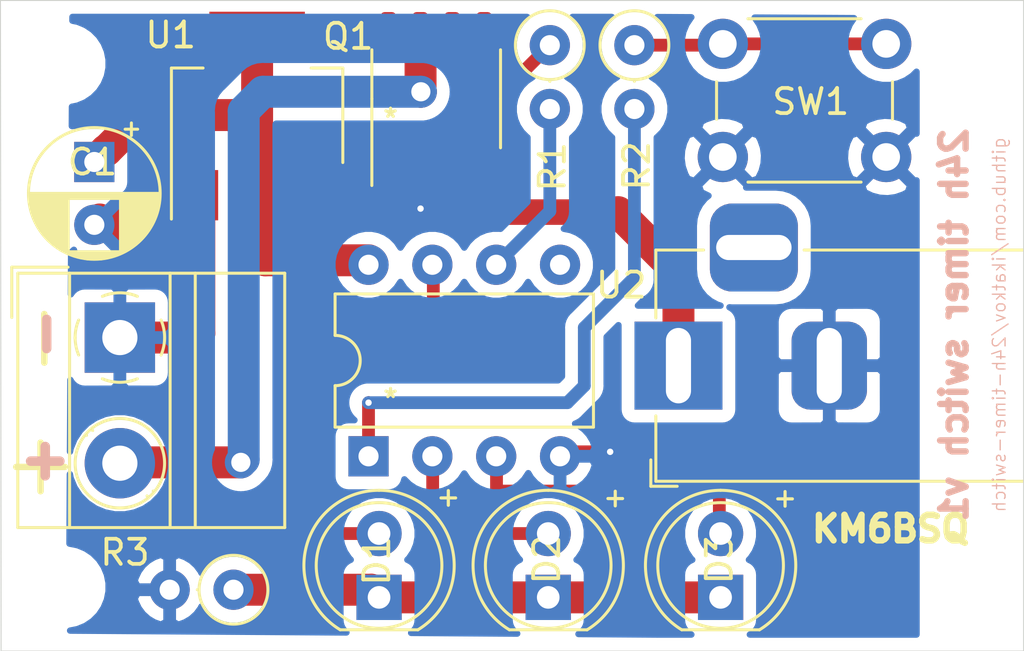
<source format=kicad_pcb>
(kicad_pcb (version 20171130) (host pcbnew "(5.1.12-1-10_14)")

  (general
    (thickness 1.6002)
    (drawings 17)
    (tracks 76)
    (zones 0)
    (modules 17)
    (nets 15)
  )

  (page USLetter)
  (title_block
    (rev 1)
  )

  (layers
    (0 Front signal hide)
    (31 Back signal)
    (34 B.Paste user hide)
    (35 F.Paste user hide)
    (36 B.SilkS user)
    (37 F.SilkS user hide)
    (38 B.Mask user hide)
    (39 F.Mask user hide)
    (44 Edge.Cuts user)
    (45 Margin user hide)
    (46 B.CrtYd user hide)
    (47 F.CrtYd user hide)
    (49 F.Fab user hide)
  )

  (setup
    (last_trace_width 0.1524)
    (user_trace_width 0.254)
    (user_trace_width 0.508)
    (user_trace_width 0.762)
    (user_trace_width 1.016)
    (user_trace_width 1.27)
    (trace_clearance 0.1524)
    (zone_clearance 0.508)
    (zone_45_only no)
    (trace_min 0.1524)
    (via_size 0.508)
    (via_drill 0.254)
    (via_min_size 0.508)
    (via_min_drill 0.254)
    (user_via 0.6858 0.3302)
    (user_via 0.889 0.381)
    (uvia_size 0.6858)
    (uvia_drill 0.254)
    (uvias_allowed no)
    (uvia_min_size 0)
    (uvia_min_drill 0)
    (edge_width 0.0381)
    (segment_width 0.254)
    (pcb_text_width 0.3048)
    (pcb_text_size 1.524 1.524)
    (mod_edge_width 0.127)
    (mod_text_size 0.762 0.762)
    (mod_text_width 0.127)
    (pad_size 1.524 1.524)
    (pad_drill 0.762)
    (pad_to_mask_clearance 0.0508)
    (aux_axis_origin 0 0)
    (visible_elements FFFFFF7F)
    (pcbplotparams
      (layerselection 0x010fc_ffffffff)
      (usegerberextensions false)
      (usegerberattributes false)
      (usegerberadvancedattributes false)
      (creategerberjobfile false)
      (excludeedgelayer true)
      (linewidth 0.152400)
      (plotframeref false)
      (viasonmask false)
      (mode 1)
      (useauxorigin false)
      (hpglpennumber 1)
      (hpglpenspeed 20)
      (hpglpendiameter 15.000000)
      (psnegative false)
      (psa4output false)
      (plotreference true)
      (plotvalue false)
      (plotinvisibletext false)
      (padsonsilk false)
      (subtractmaskfromsilk true)
      (outputformat 1)
      (mirror false)
      (drillshape 0)
      (scaleselection 1)
      (outputdirectory "./gerbers"))
  )

  (net 0 "")
  (net 1 GND)
  (net 2 VCC)
  (net 3 LED1)
  (net 4 "Net-(D1-Pad1)")
  (net 5 VDC)
  (net 6 "Net-(Q1-Pad4)")
  (net 7 V_IN)
  (net 8 "Net-(R1-Pad2)")
  (net 9 "Net-(R2-Pad2)")
  (net 10 "Net-(R2-Pad1)")
  (net 11 LED3)
  (net 12 LED2)
  (net 13 "Net-(U2-Pad5)")
  (net 14 "Net-(J1-Pad1)")

  (net_class Default "This is the default net class."
    (clearance 0.1524)
    (trace_width 0.1524)
    (via_dia 0.508)
    (via_drill 0.254)
    (uvia_dia 0.6858)
    (uvia_drill 0.254)
    (diff_pair_width 0.1524)
    (diff_pair_gap 0.1524)
    (add_net GND)
    (add_net LED1)
    (add_net LED2)
    (add_net LED3)
    (add_net "Net-(D1-Pad1)")
    (add_net "Net-(J1-Pad1)")
    (add_net "Net-(Q1-Pad4)")
    (add_net "Net-(R1-Pad2)")
    (add_net "Net-(R2-Pad1)")
    (add_net "Net-(R2-Pad2)")
    (add_net "Net-(U2-Pad5)")
    (add_net VCC)
    (add_net VDC)
    (add_net V_IN)
  )

  (module Package_TO_SOT_SMD:SOT-223-3_TabPin2 (layer Front) (tedit 5A02FF57) (tstamp 61A2D668)
    (at 125.7554 73.9648 90)
    (descr "module CMS SOT223 4 pins")
    (tags "CMS SOT")
    (path /61A27784)
    (attr smd)
    (fp_text reference U1 (at 3.22072 -3.43916 180) (layer F.SilkS)
      (effects (font (size 1 1) (thickness 0.15)))
    )
    (fp_text value AMS1117-5.0 (at 3.23088 -1.61036 180) (layer F.Fab)
      (effects (font (size 1 1) (thickness 0.15)))
    )
    (fp_line (start 1.85 -3.35) (end 1.85 3.35) (layer F.Fab) (width 0.1))
    (fp_line (start -1.85 3.35) (end 1.85 3.35) (layer F.Fab) (width 0.1))
    (fp_line (start -4.1 -3.41) (end 1.91 -3.41) (layer F.SilkS) (width 0.12))
    (fp_line (start -0.85 -3.35) (end 1.85 -3.35) (layer F.Fab) (width 0.1))
    (fp_line (start -1.85 3.41) (end 1.91 3.41) (layer F.SilkS) (width 0.12))
    (fp_line (start -1.85 -2.35) (end -1.85 3.35) (layer F.Fab) (width 0.1))
    (fp_line (start -1.85 -2.35) (end -0.85 -3.35) (layer F.Fab) (width 0.1))
    (fp_line (start -4.4 -3.6) (end -4.4 3.6) (layer F.CrtYd) (width 0.05))
    (fp_line (start -4.4 3.6) (end 4.4 3.6) (layer F.CrtYd) (width 0.05))
    (fp_line (start 4.4 3.6) (end 4.4 -3.6) (layer F.CrtYd) (width 0.05))
    (fp_line (start 4.4 -3.6) (end -4.4 -3.6) (layer F.CrtYd) (width 0.05))
    (fp_line (start 1.91 -3.41) (end 1.91 -2.15) (layer F.SilkS) (width 0.12))
    (fp_line (start 1.91 3.41) (end 1.91 2.15) (layer F.SilkS) (width 0.12))
    (fp_text user %R (at -0.05588 0.47244) (layer F.Fab)
      (effects (font (size 0.8 0.8) (thickness 0.12)))
    )
    (pad 1 smd rect (at -3.15 -2.3 90) (size 2 1.5) (layers Front F.Paste F.Mask)
      (net 1 GND))
    (pad 3 smd rect (at -3.15 2.3 90) (size 2 1.5) (layers Front F.Paste F.Mask)
      (net 7 V_IN))
    (pad 2 smd rect (at -3.15 0 90) (size 2 1.5) (layers Front F.Paste F.Mask)
      (net 2 VCC))
    (pad 2 smd rect (at 3.15 0 90) (size 2 3.8) (layers Front F.Paste F.Mask)
      (net 2 VCC))
    (model ${KISYS3DMOD}/Package_TO_SOT_SMD.3dshapes/SOT-223.wrl
      (at (xyz 0 0 0))
      (scale (xyz 1 1 1))
      (rotate (xyz 0 0 0))
    )
  )

  (module LED_THT:LED_D5.0mm (layer Front) (tedit 5995936A) (tstamp 61A3BDD5)
    (at 144.1958 93.1164 90)
    (descr "LED, diameter 5.0mm, 2 pins, http://cdn-reichelt.de/documents/datenblatt/A500/LL-504BC2E-009.pdf")
    (tags "LED diameter 5.0mm 2 pins")
    (path /61A38186)
    (fp_text reference D3 (at 1.50368 -0.04572 90) (layer F.SilkS)
      (effects (font (size 1 1) (thickness 0.15)))
    )
    (fp_text value LED (at 1.27 3.96 90) (layer F.Fab) hide
      (effects (font (size 1 1) (thickness 0.15)))
    )
    (fp_line (start 4.5 -3.25) (end -1.95 -3.25) (layer F.CrtYd) (width 0.05))
    (fp_line (start 4.5 3.25) (end 4.5 -3.25) (layer F.CrtYd) (width 0.05))
    (fp_line (start -1.95 3.25) (end 4.5 3.25) (layer F.CrtYd) (width 0.05))
    (fp_line (start -1.95 -3.25) (end -1.95 3.25) (layer F.CrtYd) (width 0.05))
    (fp_line (start -1.29 -1.545) (end -1.29 1.545) (layer F.SilkS) (width 0.12))
    (fp_line (start -1.23 -1.469694) (end -1.23 1.469694) (layer F.Fab) (width 0.1))
    (fp_circle (center 1.27 0) (end 3.77 0) (layer F.SilkS) (width 0.12))
    (fp_circle (center 1.27 0) (end 3.77 0) (layer F.Fab) (width 0.1))
    (fp_text user %R (at 1.25 0 90) (layer F.Fab)
      (effects (font (size 0.8 0.8) (thickness 0.2)))
    )
    (fp_arc (start 1.27 0) (end -1.29 1.54483) (angle -148.9) (layer F.SilkS) (width 0.12))
    (fp_arc (start 1.27 0) (end -1.29 -1.54483) (angle 148.9) (layer F.SilkS) (width 0.12))
    (fp_arc (start 1.27 0) (end -1.23 -1.469694) (angle 299.1) (layer F.Fab) (width 0.1))
    (pad 2 thru_hole circle (at 2.54 0 90) (size 1.8 1.8) (drill 0.9) (layers *.Cu *.Mask)
      (net 11 LED3))
    (pad 1 thru_hole rect (at 0 0 90) (size 1.8 1.8) (drill 0.9) (layers *.Cu *.Mask)
      (net 4 "Net-(D1-Pad1)"))
    (model ${KISYS3DMOD}/LED_THT.3dshapes/LED_D5.0mm.wrl
      (at (xyz 0 0 0))
      (scale (xyz 1 1 1))
      (rotate (xyz 0 0 0))
    )
  )

  (module LED_THT:LED_D5.0mm (layer Front) (tedit 5995936A) (tstamp 61A3BC8C)
    (at 137.3378 93.1164 90)
    (descr "LED, diameter 5.0mm, 2 pins, http://cdn-reichelt.de/documents/datenblatt/A500/LL-504BC2E-009.pdf")
    (tags "LED diameter 5.0mm 2 pins")
    (path /61A370DE)
    (fp_text reference D2 (at 1.50368 -0.05588 90) (layer F.SilkS)
      (effects (font (size 1 1) (thickness 0.15)))
    )
    (fp_text value LED (at 1.27 3.96 90) (layer F.Fab) hide
      (effects (font (size 1 1) (thickness 0.15)))
    )
    (fp_line (start 4.5 -3.25) (end -1.95 -3.25) (layer F.CrtYd) (width 0.05))
    (fp_line (start 4.5 3.25) (end 4.5 -3.25) (layer F.CrtYd) (width 0.05))
    (fp_line (start -1.95 3.25) (end 4.5 3.25) (layer F.CrtYd) (width 0.05))
    (fp_line (start -1.95 -3.25) (end -1.95 3.25) (layer F.CrtYd) (width 0.05))
    (fp_line (start -1.29 -1.545) (end -1.29 1.545) (layer F.SilkS) (width 0.12))
    (fp_line (start -1.23 -1.469694) (end -1.23 1.469694) (layer F.Fab) (width 0.1))
    (fp_circle (center 1.27 0) (end 3.77 0) (layer F.SilkS) (width 0.12))
    (fp_circle (center 1.27 0) (end 3.77 0) (layer F.Fab) (width 0.1))
    (fp_text user %R (at 1.25 0 90) (layer F.Fab)
      (effects (font (size 0.8 0.8) (thickness 0.2)))
    )
    (fp_arc (start 1.27 0) (end -1.29 1.54483) (angle -148.9) (layer F.SilkS) (width 0.12))
    (fp_arc (start 1.27 0) (end -1.29 -1.54483) (angle 148.9) (layer F.SilkS) (width 0.12))
    (fp_arc (start 1.27 0) (end -1.23 -1.469694) (angle 299.1) (layer F.Fab) (width 0.1))
    (pad 2 thru_hole circle (at 2.54 0 90) (size 1.8 1.8) (drill 0.9) (layers *.Cu *.Mask)
      (net 12 LED2))
    (pad 1 thru_hole rect (at 0 0 90) (size 1.8 1.8) (drill 0.9) (layers *.Cu *.Mask)
      (net 4 "Net-(D1-Pad1)"))
    (model ${KISYS3DMOD}/LED_THT.3dshapes/LED_D5.0mm.wrl
      (at (xyz 0 0 0))
      (scale (xyz 1 1 1))
      (rotate (xyz 0 0 0))
    )
  )

  (module LED_THT:LED_D5.0mm (layer Front) (tedit 5995936A) (tstamp 61A3BCBF)
    (at 130.6068 93.1164 90)
    (descr "LED, diameter 5.0mm, 2 pins, http://cdn-reichelt.de/documents/datenblatt/A500/LL-504BC2E-009.pdf")
    (tags "LED diameter 5.0mm 2 pins")
    (path /61A36151)
    (fp_text reference D1 (at 1.45288 -0.08636 90) (layer F.SilkS)
      (effects (font (size 1 1) (thickness 0.15)))
    )
    (fp_text value LED (at 1.27 3.96 90) (layer F.Fab) hide
      (effects (font (size 1 1) (thickness 0.15)))
    )
    (fp_line (start 4.5 -3.25) (end -1.95 -3.25) (layer F.CrtYd) (width 0.05))
    (fp_line (start 4.5 3.25) (end 4.5 -3.25) (layer F.CrtYd) (width 0.05))
    (fp_line (start -1.95 3.25) (end 4.5 3.25) (layer F.CrtYd) (width 0.05))
    (fp_line (start -1.95 -3.25) (end -1.95 3.25) (layer F.CrtYd) (width 0.05))
    (fp_line (start -1.29 -1.545) (end -1.29 1.545) (layer F.SilkS) (width 0.12))
    (fp_line (start -1.23 -1.469694) (end -1.23 1.469694) (layer F.Fab) (width 0.1))
    (fp_circle (center 1.27 0) (end 3.77 0) (layer F.SilkS) (width 0.12))
    (fp_circle (center 1.27 0) (end 3.77 0) (layer F.Fab) (width 0.1))
    (fp_text user %R (at 1.25 0 90) (layer F.Fab)
      (effects (font (size 0.8 0.8) (thickness 0.2)))
    )
    (fp_arc (start 1.27 0) (end -1.29 1.54483) (angle -148.9) (layer F.SilkS) (width 0.12))
    (fp_arc (start 1.27 0) (end -1.29 -1.54483) (angle 148.9) (layer F.SilkS) (width 0.12))
    (fp_arc (start 1.27 0) (end -1.23 -1.469694) (angle 299.1) (layer F.Fab) (width 0.1))
    (pad 2 thru_hole circle (at 2.54 0 90) (size 1.8 1.8) (drill 0.9) (layers *.Cu *.Mask)
      (net 3 LED1))
    (pad 1 thru_hole rect (at 0 0 90) (size 1.8 1.8) (drill 0.9) (layers *.Cu *.Mask)
      (net 4 "Net-(D1-Pad1)"))
    (model ${KISYS3DMOD}/LED_THT.3dshapes/LED_D5.0mm.wrl
      (at (xyz 0 0 0))
      (scale (xyz 1 1 1))
      (rotate (xyz 0 0 0))
    )
  )

  (module TerminalBlock_MetzConnect:TerminalBlock_MetzConnect_Type011_RT05502HBWC_1x02_P5.00mm_Horizontal (layer Front) (tedit 5B294E99) (tstamp 61A37CD8)
    (at 120.2944 82.7786 270)
    (descr "terminal block Metz Connect Type011_RT05502HBWC, 2 pins, pitch 5mm, size 10x10.5mm^2, drill diamater 1.4mm, pad diameter 2.8mm, see http://www.metz-connect.com/de/system/files/productfiles/Datenblatt_310111_RT055xxHBLC_OFF-022717S.pdf, script-generated using https://github.com/pointhi/kicad-footprint-generator/scripts/TerminalBlock_MetzConnect")
    (tags "THT terminal block Metz Connect Type011_RT05502HBWC pitch 5mm size 10x10.5mm^2 drill 1.4mm pad 2.8mm")
    (path /61A32F20)
    (fp_text reference J2 (at 6.4516 -4.2926 180) (layer F.SilkS) hide
      (effects (font (size 1 1) (thickness 0.15)))
    )
    (fp_text value Screw_Terminal_01x02 (at 2.5 5.06 90) (layer F.Fab) hide
      (effects (font (size 1 1) (thickness 0.15)))
    )
    (fp_line (start 8 -7) (end -3 -7) (layer F.CrtYd) (width 0.05))
    (fp_line (start 8 4.5) (end 8 -7) (layer F.CrtYd) (width 0.05))
    (fp_line (start -3 4.5) (end 8 4.5) (layer F.CrtYd) (width 0.05))
    (fp_line (start -3 -7) (end -3 4.5) (layer F.CrtYd) (width 0.05))
    (fp_line (start -2.8 4.3) (end -0.8 4.3) (layer F.SilkS) (width 0.12))
    (fp_line (start -2.8 2.06) (end -2.8 4.3) (layer F.SilkS) (width 0.12))
    (fp_line (start 3.7 1.083) (end 3.65 1.133) (layer F.SilkS) (width 0.12))
    (fp_line (start 6.133 -1.35) (end 6.108 -1.326) (layer F.SilkS) (width 0.12))
    (fp_line (start 3.892 1.325) (end 3.868 1.35) (layer F.SilkS) (width 0.12))
    (fp_line (start 6.35 -1.133) (end 6.301 -1.083) (layer F.SilkS) (width 0.12))
    (fp_line (start 6.019 -1.214) (end 3.787 1.018) (layer F.Fab) (width 0.1))
    (fp_line (start 6.214 -1.019) (end 3.982 1.214) (layer F.Fab) (width 0.1))
    (fp_line (start 1.019 -1.214) (end -1.214 1.018) (layer F.Fab) (width 0.1))
    (fp_line (start 1.214 -1.019) (end -1.019 1.214) (layer F.Fab) (width 0.1))
    (fp_line (start 7.56 -6.56) (end 7.56 4.06) (layer F.SilkS) (width 0.12))
    (fp_line (start -2.56 -6.56) (end -2.56 4.06) (layer F.SilkS) (width 0.12))
    (fp_line (start -2.56 4.06) (end 7.56 4.06) (layer F.SilkS) (width 0.12))
    (fp_line (start -2.56 -6.56) (end 7.56 -6.56) (layer F.SilkS) (width 0.12))
    (fp_line (start -2.56 -3) (end 7.56 -3) (layer F.SilkS) (width 0.12))
    (fp_line (start -2.5 -3) (end 7.5 -3) (layer F.Fab) (width 0.1))
    (fp_line (start -2.56 -2) (end 7.56 -2) (layer F.SilkS) (width 0.12))
    (fp_line (start -2.5 -2) (end 7.5 -2) (layer F.Fab) (width 0.1))
    (fp_line (start -2.56 2) (end 7.56 2) (layer F.SilkS) (width 0.12))
    (fp_line (start -2.5 2) (end 7.5 2) (layer F.Fab) (width 0.1))
    (fp_line (start -2.5 2) (end -2.5 -6.5) (layer F.Fab) (width 0.1))
    (fp_line (start -0.5 4) (end -2.5 2) (layer F.Fab) (width 0.1))
    (fp_line (start 7.5 4) (end -0.5 4) (layer F.Fab) (width 0.1))
    (fp_line (start 7.5 -6.5) (end 7.5 4) (layer F.Fab) (width 0.1))
    (fp_line (start -2.5 -6.5) (end 7.5 -6.5) (layer F.Fab) (width 0.1))
    (fp_circle (center 5 0) (end 6.78 0) (layer F.SilkS) (width 0.12))
    (fp_circle (center 5 0) (end 6.6 0) (layer F.Fab) (width 0.1))
    (fp_circle (center 0 0) (end 1.6 0) (layer F.Fab) (width 0.1))
    (fp_text user %R (at 2.32664 -4.37896 180) (layer F.Fab)
      (effects (font (size 1 1) (thickness 0.15)))
    )
    (fp_arc (start 0 0) (end -0.696 1.639) (angle -24) (layer F.SilkS) (width 0.12))
    (fp_arc (start 0 0) (end -1.639 -0.696) (angle -46) (layer F.SilkS) (width 0.12))
    (fp_arc (start 0 0) (end 0.696 -1.639) (angle -46) (layer F.SilkS) (width 0.12))
    (fp_arc (start 0 0) (end 1.639 0.696) (angle -46) (layer F.SilkS) (width 0.12))
    (fp_arc (start 0 0) (end 0 1.78) (angle -23) (layer F.SilkS) (width 0.12))
    (pad 2 thru_hole circle (at 5 0 270) (size 2.8 2.8) (drill 1.4) (layers *.Cu *.Mask)
      (net 5 VDC))
    (pad 1 thru_hole rect (at 0 0 270) (size 2.8 2.8) (drill 1.4) (layers *.Cu *.Mask)
      (net 1 GND))
    (model ${KISYS3DMOD}/TerminalBlock_MetzConnect.3dshapes/TerminalBlock_MetzConnect_Type011_RT05502HBWC_1x02_P5.00mm_Horizontal.wrl
      (at (xyz 0 0 0))
      (scale (xyz 1 1 1))
      (rotate (xyz 0 0 0))
    )
    (model ${KISYS3DMOD}/TerminalBlock_Phoenix.3dshapes/TerminalBlock_Phoenix_MKDS-1%2C5-2-5.08_1x02_P5.08mm_Horizontal.wrl
      (at (xyz 0 0 0))
      (scale (xyz 1 1 1))
      (rotate (xyz 0 0 0))
    )
  )

  (module MountingHole:MountingHole_2.2mm_M2 (layer Front) (tedit 56D1B4CB) (tstamp 61A3BD45)
    (at 154.7114 92.71)
    (descr "Mounting Hole 2.2mm, no annular, M2")
    (tags "mounting hole 2.2mm no annular m2")
    (attr virtual)
    (fp_text reference REF** (at 0 -3.2) (layer F.SilkS) hide
      (effects (font (size 1 1) (thickness 0.15)))
    )
    (fp_text value MountingHole_2.2mm_M2 (at 0 3.2) (layer F.Fab) hide
      (effects (font (size 1 1) (thickness 0.15)))
    )
    (fp_circle (center 0 0) (end 2.45 0) (layer F.CrtYd) (width 0.05))
    (fp_circle (center 0 0) (end 2.2 0) (layer Cmts.User) (width 0.15))
    (fp_text user %R (at 0.3 0) (layer F.Fab) hide
      (effects (font (size 1 1) (thickness 0.15)))
    )
    (pad 1 np_thru_hole circle (at 0 0) (size 2.2 2.2) (drill 2.2) (layers *.Cu *.Mask))
  )

  (module MountingHole:MountingHole_2.2mm_M2 (layer Front) (tedit 56D1B4CB) (tstamp 61A35225)
    (at 154.7114 71.882)
    (descr "Mounting Hole 2.2mm, no annular, M2")
    (tags "mounting hole 2.2mm no annular m2")
    (attr virtual)
    (fp_text reference REF** (at 0 -3.2) (layer F.SilkS) hide
      (effects (font (size 1 1) (thickness 0.15)))
    )
    (fp_text value MountingHole_2.2mm_M2 (at 0 3.2) (layer F.Fab) hide
      (effects (font (size 1 1) (thickness 0.15)))
    )
    (fp_circle (center 0 0) (end 2.2 0) (layer Cmts.User) (width 0.15))
    (fp_circle (center 0 0) (end 2.45 0) (layer F.CrtYd) (width 0.05))
    (fp_text user %R (at 0.3 0) (layer F.Fab) hide
      (effects (font (size 1 1) (thickness 0.15)))
    )
    (pad 1 np_thru_hole circle (at 0 0) (size 2.2 2.2) (drill 2.2) (layers *.Cu *.Mask))
  )

  (module MountingHole:MountingHole_2.2mm_M2 (layer Front) (tedit 56D1B4CB) (tstamp 61A34E24)
    (at 118.11 71.882)
    (descr "Mounting Hole 2.2mm, no annular, M2")
    (tags "mounting hole 2.2mm no annular m2")
    (attr virtual)
    (fp_text reference REF** (at 0 -3.2) (layer F.SilkS) hide
      (effects (font (size 1 1) (thickness 0.15)))
    )
    (fp_text value MountingHole_2.2mm_M2 (at 0 3.2) (layer F.Fab) hide
      (effects (font (size 1 1) (thickness 0.15)))
    )
    (fp_circle (center 0 0) (end 2.45 0) (layer F.CrtYd) (width 0.05))
    (fp_circle (center 0 0) (end 2.2 0) (layer Cmts.User) (width 0.15))
    (fp_text user %R (at 0.3 0) (layer F.Fab) hide
      (effects (font (size 1 1) (thickness 0.15)))
    )
    (pad 1 np_thru_hole circle (at 0 0) (size 2.2 2.2) (drill 2.2) (layers *.Cu *.Mask))
  )

  (module MountingHole:MountingHole_2.2mm_M2 (layer Front) (tedit 56D1B4CB) (tstamp 61A34D46)
    (at 118.11 92.71)
    (descr "Mounting Hole 2.2mm, no annular, M2")
    (tags "mounting hole 2.2mm no annular m2")
    (attr virtual)
    (fp_text reference REF** (at 0 -3.2) (layer F.SilkS) hide
      (effects (font (size 1 1) (thickness 0.15)))
    )
    (fp_text value MountingHole_2.2mm_M2 (at 0 3.2) (layer F.Fab) hide
      (effects (font (size 1 1) (thickness 0.15)))
    )
    (fp_circle (center 0 0) (end 2.2 0) (layer Cmts.User) (width 0.15))
    (fp_circle (center 0 0) (end 2.45 0) (layer F.CrtYd) (width 0.05))
    (fp_text user %R (at 0.3 0) (layer F.Fab) hide
      (effects (font (size 1 1) (thickness 0.15)))
    )
    (pad 1 np_thru_hole circle (at 0 0) (size 2.2 2.2) (drill 2.2) (layers *.Cu *.Mask))
  )

  (module Resistor_THT:R_Axial_DIN0207_L6.3mm_D2.5mm_P2.54mm_Vertical (layer Front) (tedit 5AE5139B) (tstamp 61A2D615)
    (at 137.4013 71.1454 270)
    (descr "Resistor, Axial_DIN0207 series, Axial, Vertical, pin pitch=2.54mm, 0.25W = 1/4W, length*diameter=6.3*2.5mm^2, http://cdn-reichelt.de/documents/datenblatt/B400/1_4W%23YAG.pdf")
    (tags "Resistor Axial_DIN0207 series Axial Vertical pin pitch 2.54mm 0.25W = 1/4W length 6.3mm diameter 2.5mm")
    (path /61A4FF45)
    (fp_text reference R1 (at 4.8387 -0.1016 90) (layer F.SilkS)
      (effects (font (size 1 1) (thickness 0.15)))
    )
    (fp_text value 330 (at 0.88392 -0.0635 90) (layer F.Fab)
      (effects (font (size 1 1) (thickness 0.15)))
    )
    (fp_line (start 3.59 -1.5) (end -1.5 -1.5) (layer F.CrtYd) (width 0.05))
    (fp_line (start 3.59 1.5) (end 3.59 -1.5) (layer F.CrtYd) (width 0.05))
    (fp_line (start -1.5 1.5) (end 3.59 1.5) (layer F.CrtYd) (width 0.05))
    (fp_line (start -1.5 -1.5) (end -1.5 1.5) (layer F.CrtYd) (width 0.05))
    (fp_line (start 1.37 0) (end 1.44 0) (layer F.SilkS) (width 0.12))
    (fp_line (start 0 0) (end 2.54 0) (layer F.Fab) (width 0.1))
    (fp_circle (center 0 0) (end 1.37 0) (layer F.SilkS) (width 0.12))
    (fp_circle (center 0 0) (end 1.25 0) (layer F.Fab) (width 0.1))
    (fp_text user %R (at 4.1148 0.0127 90) (layer F.Fab)
      (effects (font (size 1 1) (thickness 0.15)))
    )
    (pad 2 thru_hole oval (at 2.54 0 270) (size 1.6 1.6) (drill 0.8) (layers *.Cu *.Mask)
      (net 8 "Net-(R1-Pad2)"))
    (pad 1 thru_hole circle (at 0 0 270) (size 1.6 1.6) (drill 0.8) (layers *.Cu *.Mask)
      (net 6 "Net-(Q1-Pad4)"))
    (model ${KISYS3DMOD}/Resistor_THT.3dshapes/R_Axial_DIN0207_L6.3mm_D2.5mm_P2.54mm_Vertical.wrl
      (at (xyz 0 0 0))
      (scale (xyz 1 1 1))
      (rotate (xyz 0 0 0))
    )
  )

  (module Capacitor_THT:CP_Radial_D5.0mm_P2.50mm (layer Front) (tedit 5AE50EF0) (tstamp 61A2D55D)
    (at 119.2784 75.7936 270)
    (descr "CP, Radial series, Radial, pin pitch=2.50mm, , diameter=5mm, Electrolytic Capacitor")
    (tags "CP Radial series Radial pin pitch 2.50mm  diameter 5mm Electrolytic Capacitor")
    (path /61A472D0)
    (fp_text reference C1 (at 0.00508 0.0762 180) (layer F.SilkS)
      (effects (font (size 1 1) (thickness 0.15)))
    )
    (fp_text value "22uF tantalum" (at 1.25 3.75 90) (layer F.Fab) hide
      (effects (font (size 1 1) (thickness 0.15)))
    )
    (fp_line (start -1.304775 -1.725) (end -1.304775 -1.225) (layer F.SilkS) (width 0.12))
    (fp_line (start -1.554775 -1.475) (end -1.054775 -1.475) (layer F.SilkS) (width 0.12))
    (fp_line (start 3.851 -0.284) (end 3.851 0.284) (layer F.SilkS) (width 0.12))
    (fp_line (start 3.811 -0.518) (end 3.811 0.518) (layer F.SilkS) (width 0.12))
    (fp_line (start 3.771 -0.677) (end 3.771 0.677) (layer F.SilkS) (width 0.12))
    (fp_line (start 3.731 -0.805) (end 3.731 0.805) (layer F.SilkS) (width 0.12))
    (fp_line (start 3.691 -0.915) (end 3.691 0.915) (layer F.SilkS) (width 0.12))
    (fp_line (start 3.651 -1.011) (end 3.651 1.011) (layer F.SilkS) (width 0.12))
    (fp_line (start 3.611 -1.098) (end 3.611 1.098) (layer F.SilkS) (width 0.12))
    (fp_line (start 3.571 -1.178) (end 3.571 1.178) (layer F.SilkS) (width 0.12))
    (fp_line (start 3.531 1.04) (end 3.531 1.251) (layer F.SilkS) (width 0.12))
    (fp_line (start 3.531 -1.251) (end 3.531 -1.04) (layer F.SilkS) (width 0.12))
    (fp_line (start 3.491 1.04) (end 3.491 1.319) (layer F.SilkS) (width 0.12))
    (fp_line (start 3.491 -1.319) (end 3.491 -1.04) (layer F.SilkS) (width 0.12))
    (fp_line (start 3.451 1.04) (end 3.451 1.383) (layer F.SilkS) (width 0.12))
    (fp_line (start 3.451 -1.383) (end 3.451 -1.04) (layer F.SilkS) (width 0.12))
    (fp_line (start 3.411 1.04) (end 3.411 1.443) (layer F.SilkS) (width 0.12))
    (fp_line (start 3.411 -1.443) (end 3.411 -1.04) (layer F.SilkS) (width 0.12))
    (fp_line (start 3.371 1.04) (end 3.371 1.5) (layer F.SilkS) (width 0.12))
    (fp_line (start 3.371 -1.5) (end 3.371 -1.04) (layer F.SilkS) (width 0.12))
    (fp_line (start 3.331 1.04) (end 3.331 1.554) (layer F.SilkS) (width 0.12))
    (fp_line (start 3.331 -1.554) (end 3.331 -1.04) (layer F.SilkS) (width 0.12))
    (fp_line (start 3.291 1.04) (end 3.291 1.605) (layer F.SilkS) (width 0.12))
    (fp_line (start 3.291 -1.605) (end 3.291 -1.04) (layer F.SilkS) (width 0.12))
    (fp_line (start 3.251 1.04) (end 3.251 1.653) (layer F.SilkS) (width 0.12))
    (fp_line (start 3.251 -1.653) (end 3.251 -1.04) (layer F.SilkS) (width 0.12))
    (fp_line (start 3.211 1.04) (end 3.211 1.699) (layer F.SilkS) (width 0.12))
    (fp_line (start 3.211 -1.699) (end 3.211 -1.04) (layer F.SilkS) (width 0.12))
    (fp_line (start 3.171 1.04) (end 3.171 1.743) (layer F.SilkS) (width 0.12))
    (fp_line (start 3.171 -1.743) (end 3.171 -1.04) (layer F.SilkS) (width 0.12))
    (fp_line (start 3.131 1.04) (end 3.131 1.785) (layer F.SilkS) (width 0.12))
    (fp_line (start 3.131 -1.785) (end 3.131 -1.04) (layer F.SilkS) (width 0.12))
    (fp_line (start 3.091 1.04) (end 3.091 1.826) (layer F.SilkS) (width 0.12))
    (fp_line (start 3.091 -1.826) (end 3.091 -1.04) (layer F.SilkS) (width 0.12))
    (fp_line (start 3.051 1.04) (end 3.051 1.864) (layer F.SilkS) (width 0.12))
    (fp_line (start 3.051 -1.864) (end 3.051 -1.04) (layer F.SilkS) (width 0.12))
    (fp_line (start 3.011 1.04) (end 3.011 1.901) (layer F.SilkS) (width 0.12))
    (fp_line (start 3.011 -1.901) (end 3.011 -1.04) (layer F.SilkS) (width 0.12))
    (fp_line (start 2.971 1.04) (end 2.971 1.937) (layer F.SilkS) (width 0.12))
    (fp_line (start 2.971 -1.937) (end 2.971 -1.04) (layer F.SilkS) (width 0.12))
    (fp_line (start 2.931 1.04) (end 2.931 1.971) (layer F.SilkS) (width 0.12))
    (fp_line (start 2.931 -1.971) (end 2.931 -1.04) (layer F.SilkS) (width 0.12))
    (fp_line (start 2.891 1.04) (end 2.891 2.004) (layer F.SilkS) (width 0.12))
    (fp_line (start 2.891 -2.004) (end 2.891 -1.04) (layer F.SilkS) (width 0.12))
    (fp_line (start 2.851 1.04) (end 2.851 2.035) (layer F.SilkS) (width 0.12))
    (fp_line (start 2.851 -2.035) (end 2.851 -1.04) (layer F.SilkS) (width 0.12))
    (fp_line (start 2.811 1.04) (end 2.811 2.065) (layer F.SilkS) (width 0.12))
    (fp_line (start 2.811 -2.065) (end 2.811 -1.04) (layer F.SilkS) (width 0.12))
    (fp_line (start 2.771 1.04) (end 2.771 2.095) (layer F.SilkS) (width 0.12))
    (fp_line (start 2.771 -2.095) (end 2.771 -1.04) (layer F.SilkS) (width 0.12))
    (fp_line (start 2.731 1.04) (end 2.731 2.122) (layer F.SilkS) (width 0.12))
    (fp_line (start 2.731 -2.122) (end 2.731 -1.04) (layer F.SilkS) (width 0.12))
    (fp_line (start 2.691 1.04) (end 2.691 2.149) (layer F.SilkS) (width 0.12))
    (fp_line (start 2.691 -2.149) (end 2.691 -1.04) (layer F.SilkS) (width 0.12))
    (fp_line (start 2.651 1.04) (end 2.651 2.175) (layer F.SilkS) (width 0.12))
    (fp_line (start 2.651 -2.175) (end 2.651 -1.04) (layer F.SilkS) (width 0.12))
    (fp_line (start 2.611 1.04) (end 2.611 2.2) (layer F.SilkS) (width 0.12))
    (fp_line (start 2.611 -2.2) (end 2.611 -1.04) (layer F.SilkS) (width 0.12))
    (fp_line (start 2.571 1.04) (end 2.571 2.224) (layer F.SilkS) (width 0.12))
    (fp_line (start 2.571 -2.224) (end 2.571 -1.04) (layer F.SilkS) (width 0.12))
    (fp_line (start 2.531 1.04) (end 2.531 2.247) (layer F.SilkS) (width 0.12))
    (fp_line (start 2.531 -2.247) (end 2.531 -1.04) (layer F.SilkS) (width 0.12))
    (fp_line (start 2.491 1.04) (end 2.491 2.268) (layer F.SilkS) (width 0.12))
    (fp_line (start 2.491 -2.268) (end 2.491 -1.04) (layer F.SilkS) (width 0.12))
    (fp_line (start 2.451 1.04) (end 2.451 2.29) (layer F.SilkS) (width 0.12))
    (fp_line (start 2.451 -2.29) (end 2.451 -1.04) (layer F.SilkS) (width 0.12))
    (fp_line (start 2.411 1.04) (end 2.411 2.31) (layer F.SilkS) (width 0.12))
    (fp_line (start 2.411 -2.31) (end 2.411 -1.04) (layer F.SilkS) (width 0.12))
    (fp_line (start 2.371 1.04) (end 2.371 2.329) (layer F.SilkS) (width 0.12))
    (fp_line (start 2.371 -2.329) (end 2.371 -1.04) (layer F.SilkS) (width 0.12))
    (fp_line (start 2.331 1.04) (end 2.331 2.348) (layer F.SilkS) (width 0.12))
    (fp_line (start 2.331 -2.348) (end 2.331 -1.04) (layer F.SilkS) (width 0.12))
    (fp_line (start 2.291 1.04) (end 2.291 2.365) (layer F.SilkS) (width 0.12))
    (fp_line (start 2.291 -2.365) (end 2.291 -1.04) (layer F.SilkS) (width 0.12))
    (fp_line (start 2.251 1.04) (end 2.251 2.382) (layer F.SilkS) (width 0.12))
    (fp_line (start 2.251 -2.382) (end 2.251 -1.04) (layer F.SilkS) (width 0.12))
    (fp_line (start 2.211 1.04) (end 2.211 2.398) (layer F.SilkS) (width 0.12))
    (fp_line (start 2.211 -2.398) (end 2.211 -1.04) (layer F.SilkS) (width 0.12))
    (fp_line (start 2.171 1.04) (end 2.171 2.414) (layer F.SilkS) (width 0.12))
    (fp_line (start 2.171 -2.414) (end 2.171 -1.04) (layer F.SilkS) (width 0.12))
    (fp_line (start 2.131 1.04) (end 2.131 2.428) (layer F.SilkS) (width 0.12))
    (fp_line (start 2.131 -2.428) (end 2.131 -1.04) (layer F.SilkS) (width 0.12))
    (fp_line (start 2.091 1.04) (end 2.091 2.442) (layer F.SilkS) (width 0.12))
    (fp_line (start 2.091 -2.442) (end 2.091 -1.04) (layer F.SilkS) (width 0.12))
    (fp_line (start 2.051 1.04) (end 2.051 2.455) (layer F.SilkS) (width 0.12))
    (fp_line (start 2.051 -2.455) (end 2.051 -1.04) (layer F.SilkS) (width 0.12))
    (fp_line (start 2.011 1.04) (end 2.011 2.468) (layer F.SilkS) (width 0.12))
    (fp_line (start 2.011 -2.468) (end 2.011 -1.04) (layer F.SilkS) (width 0.12))
    (fp_line (start 1.971 1.04) (end 1.971 2.48) (layer F.SilkS) (width 0.12))
    (fp_line (start 1.971 -2.48) (end 1.971 -1.04) (layer F.SilkS) (width 0.12))
    (fp_line (start 1.93 1.04) (end 1.93 2.491) (layer F.SilkS) (width 0.12))
    (fp_line (start 1.93 -2.491) (end 1.93 -1.04) (layer F.SilkS) (width 0.12))
    (fp_line (start 1.89 1.04) (end 1.89 2.501) (layer F.SilkS) (width 0.12))
    (fp_line (start 1.89 -2.501) (end 1.89 -1.04) (layer F.SilkS) (width 0.12))
    (fp_line (start 1.85 1.04) (end 1.85 2.511) (layer F.SilkS) (width 0.12))
    (fp_line (start 1.85 -2.511) (end 1.85 -1.04) (layer F.SilkS) (width 0.12))
    (fp_line (start 1.81 1.04) (end 1.81 2.52) (layer F.SilkS) (width 0.12))
    (fp_line (start 1.81 -2.52) (end 1.81 -1.04) (layer F.SilkS) (width 0.12))
    (fp_line (start 1.77 1.04) (end 1.77 2.528) (layer F.SilkS) (width 0.12))
    (fp_line (start 1.77 -2.528) (end 1.77 -1.04) (layer F.SilkS) (width 0.12))
    (fp_line (start 1.73 1.04) (end 1.73 2.536) (layer F.SilkS) (width 0.12))
    (fp_line (start 1.73 -2.536) (end 1.73 -1.04) (layer F.SilkS) (width 0.12))
    (fp_line (start 1.69 1.04) (end 1.69 2.543) (layer F.SilkS) (width 0.12))
    (fp_line (start 1.69 -2.543) (end 1.69 -1.04) (layer F.SilkS) (width 0.12))
    (fp_line (start 1.65 1.04) (end 1.65 2.55) (layer F.SilkS) (width 0.12))
    (fp_line (start 1.65 -2.55) (end 1.65 -1.04) (layer F.SilkS) (width 0.12))
    (fp_line (start 1.61 1.04) (end 1.61 2.556) (layer F.SilkS) (width 0.12))
    (fp_line (start 1.61 -2.556) (end 1.61 -1.04) (layer F.SilkS) (width 0.12))
    (fp_line (start 1.57 1.04) (end 1.57 2.561) (layer F.SilkS) (width 0.12))
    (fp_line (start 1.57 -2.561) (end 1.57 -1.04) (layer F.SilkS) (width 0.12))
    (fp_line (start 1.53 1.04) (end 1.53 2.565) (layer F.SilkS) (width 0.12))
    (fp_line (start 1.53 -2.565) (end 1.53 -1.04) (layer F.SilkS) (width 0.12))
    (fp_line (start 1.49 1.04) (end 1.49 2.569) (layer F.SilkS) (width 0.12))
    (fp_line (start 1.49 -2.569) (end 1.49 -1.04) (layer F.SilkS) (width 0.12))
    (fp_line (start 1.45 -2.573) (end 1.45 2.573) (layer F.SilkS) (width 0.12))
    (fp_line (start 1.41 -2.576) (end 1.41 2.576) (layer F.SilkS) (width 0.12))
    (fp_line (start 1.37 -2.578) (end 1.37 2.578) (layer F.SilkS) (width 0.12))
    (fp_line (start 1.33 -2.579) (end 1.33 2.579) (layer F.SilkS) (width 0.12))
    (fp_line (start 1.29 -2.58) (end 1.29 2.58) (layer F.SilkS) (width 0.12))
    (fp_line (start 1.25 -2.58) (end 1.25 2.58) (layer F.SilkS) (width 0.12))
    (fp_line (start -0.633605 -1.3375) (end -0.633605 -0.8375) (layer F.Fab) (width 0.1))
    (fp_line (start -0.883605 -1.0875) (end -0.383605 -1.0875) (layer F.Fab) (width 0.1))
    (fp_circle (center 1.25 0) (end 4 0) (layer F.CrtYd) (width 0.05))
    (fp_circle (center 1.25 0) (end 3.87 0) (layer F.SilkS) (width 0.12))
    (fp_circle (center 1.25 0) (end 3.75 0) (layer F.Fab) (width 0.1))
    (fp_text user %R (at 1.25984 -0.01016 90) (layer F.Fab)
      (effects (font (size 1 1) (thickness 0.15)))
    )
    (pad 2 thru_hole circle (at 2.5 0 270) (size 1.6 1.6) (drill 0.8) (layers *.Cu *.Mask)
      (net 1 GND))
    (pad 1 thru_hole rect (at 0 0 270) (size 1.6 1.6) (drill 0.8) (layers *.Cu *.Mask)
      (net 2 VCC))
    (model ${KISYS3DMOD}/Capacitor_THT.3dshapes/CP_Radial_D5.0mm_P2.50mm.wrl
      (at (xyz 0 0 0))
      (scale (xyz 1 1 1))
      (rotate (xyz 0 0 0))
    )
  )

  (module Package_DIP:DIP-8_W7.62mm (layer Front) (tedit 5A02E8C5) (tstamp 61A2D684)
    (at 130.1877 87.503 90)
    (descr "8-lead though-hole mounted DIP package, row spacing 7.62 mm (300 mils)")
    (tags "THT DIP DIL PDIP 2.54mm 7.62mm 300mil")
    (path /61A26B42)
    (fp_text reference U2 (at 6.8072 10.05586 180) (layer F.SilkS)
      (effects (font (size 1 1) (thickness 0.15)))
    )
    (fp_text value ATtiny85-20PU (at 8.128 3.70586 180) (layer F.Fab)
      (effects (font (size 1 1) (thickness 0.15)))
    )
    (fp_line (start 8.7 -1.55) (end -1.1 -1.55) (layer F.CrtYd) (width 0.05))
    (fp_line (start 8.7 9.15) (end 8.7 -1.55) (layer F.CrtYd) (width 0.05))
    (fp_line (start -1.1 9.15) (end 8.7 9.15) (layer F.CrtYd) (width 0.05))
    (fp_line (start -1.1 -1.55) (end -1.1 9.15) (layer F.CrtYd) (width 0.05))
    (fp_line (start 6.46 -1.33) (end 4.81 -1.33) (layer F.SilkS) (width 0.12))
    (fp_line (start 6.46 8.95) (end 6.46 -1.33) (layer F.SilkS) (width 0.12))
    (fp_line (start 1.16 8.95) (end 6.46 8.95) (layer F.SilkS) (width 0.12))
    (fp_line (start 1.16 -1.33) (end 1.16 8.95) (layer F.SilkS) (width 0.12))
    (fp_line (start 2.81 -1.33) (end 1.16 -1.33) (layer F.SilkS) (width 0.12))
    (fp_line (start 0.635 -0.27) (end 1.635 -1.27) (layer F.Fab) (width 0.1))
    (fp_line (start 0.635 8.89) (end 0.635 -0.27) (layer F.Fab) (width 0.1))
    (fp_line (start 6.985 8.89) (end 0.635 8.89) (layer F.Fab) (width 0.1))
    (fp_line (start 6.985 -1.27) (end 6.985 8.89) (layer F.Fab) (width 0.1))
    (fp_line (start 1.635 -1.27) (end 6.985 -1.27) (layer F.Fab) (width 0.1))
    (fp_text user %R (at 3.67284 3.45186 180) (layer F.Fab)
      (effects (font (size 1 1) (thickness 0.15)))
    )
    (fp_arc (start 3.81 -1.33) (end 2.81 -1.33) (angle -180) (layer F.SilkS) (width 0.12))
    (pad 8 thru_hole oval (at 7.62 0 90) (size 1.6 1.6) (drill 0.8) (layers *.Cu *.Mask)
      (net 2 VCC))
    (pad 4 thru_hole oval (at 0 7.62 90) (size 1.6 1.6) (drill 0.8) (layers *.Cu *.Mask)
      (net 1 GND))
    (pad 7 thru_hole oval (at 7.62 2.54 90) (size 1.6 1.6) (drill 0.8) (layers *.Cu *.Mask)
      (net 3 LED1))
    (pad 3 thru_hole oval (at 0 5.08 90) (size 1.6 1.6) (drill 0.8) (layers *.Cu *.Mask)
      (net 11 LED3))
    (pad 6 thru_hole oval (at 7.62 5.08 90) (size 1.6 1.6) (drill 0.8) (layers *.Cu *.Mask)
      (net 8 "Net-(R1-Pad2)"))
    (pad 2 thru_hole oval (at 0 2.54 90) (size 1.6 1.6) (drill 0.8) (layers *.Cu *.Mask)
      (net 12 LED2))
    (pad 5 thru_hole oval (at 7.62 7.62 90) (size 1.6 1.6) (drill 0.8) (layers *.Cu *.Mask)
      (net 13 "Net-(U2-Pad5)"))
    (pad 1 thru_hole rect (at 0 0 90) (size 1.6 1.6) (drill 0.8) (layers *.Cu *.Mask)
      (net 9 "Net-(R2-Pad2)"))
    (model ${KISYS3DMOD}/Package_DIP.3dshapes/DIP-8_W7.62mm.wrl
      (at (xyz 0 0 0))
      (scale (xyz 1 1 1))
      (rotate (xyz 0 0 0))
    )
  )

  (module Button_Switch_THT:SW_PUSH_6mm_H9.5mm (layer Front) (tedit 5A02FE31) (tstamp 61A2D652)
    (at 144.2847 71.0946)
    (descr "tactile push button, 6x6mm e.g. PHAP33xx series, height=9.5mm")
    (tags "tact sw push 6mm")
    (path /61A57254)
    (fp_text reference SW1 (at 3.49758 2.2987) (layer F.SilkS)
      (effects (font (size 1 1) (thickness 0.15)))
    )
    (fp_text value SW_SPST (at 3.15722 6.54304) (layer F.Fab) hide
      (effects (font (size 1 1) (thickness 0.15)))
    )
    (fp_circle (center 3.25 2.25) (end 1.25 2.5) (layer F.Fab) (width 0.1))
    (fp_line (start 6.75 3) (end 6.75 1.5) (layer F.SilkS) (width 0.12))
    (fp_line (start 5.5 -1) (end 1 -1) (layer F.SilkS) (width 0.12))
    (fp_line (start -0.25 1.5) (end -0.25 3) (layer F.SilkS) (width 0.12))
    (fp_line (start 1 5.5) (end 5.5 5.5) (layer F.SilkS) (width 0.12))
    (fp_line (start 8 -1.25) (end 8 5.75) (layer F.CrtYd) (width 0.05))
    (fp_line (start 7.75 6) (end -1.25 6) (layer F.CrtYd) (width 0.05))
    (fp_line (start -1.5 5.75) (end -1.5 -1.25) (layer F.CrtYd) (width 0.05))
    (fp_line (start -1.25 -1.5) (end 7.75 -1.5) (layer F.CrtYd) (width 0.05))
    (fp_line (start -1.5 6) (end -1.25 6) (layer F.CrtYd) (width 0.05))
    (fp_line (start -1.5 5.75) (end -1.5 6) (layer F.CrtYd) (width 0.05))
    (fp_line (start -1.5 -1.5) (end -1.25 -1.5) (layer F.CrtYd) (width 0.05))
    (fp_line (start -1.5 -1.25) (end -1.5 -1.5) (layer F.CrtYd) (width 0.05))
    (fp_line (start 8 -1.5) (end 8 -1.25) (layer F.CrtYd) (width 0.05))
    (fp_line (start 7.75 -1.5) (end 8 -1.5) (layer F.CrtYd) (width 0.05))
    (fp_line (start 8 6) (end 8 5.75) (layer F.CrtYd) (width 0.05))
    (fp_line (start 7.75 6) (end 8 6) (layer F.CrtYd) (width 0.05))
    (fp_line (start 0.25 -0.75) (end 3.25 -0.75) (layer F.Fab) (width 0.1))
    (fp_line (start 0.25 5.25) (end 0.25 -0.75) (layer F.Fab) (width 0.1))
    (fp_line (start 6.25 5.25) (end 0.25 5.25) (layer F.Fab) (width 0.1))
    (fp_line (start 6.25 -0.75) (end 6.25 5.25) (layer F.Fab) (width 0.1))
    (fp_line (start 3.25 -0.75) (end 6.25 -0.75) (layer F.Fab) (width 0.1))
    (fp_text user %R (at 3.25 2.25) (layer F.Fab)
      (effects (font (size 1 1) (thickness 0.15)))
    )
    (pad 1 thru_hole circle (at 6.5 0 90) (size 2 2) (drill 1.1) (layers *.Cu *.Mask)
      (net 10 "Net-(R2-Pad1)"))
    (pad 2 thru_hole circle (at 6.5 4.5 90) (size 2 2) (drill 1.1) (layers *.Cu *.Mask)
      (net 1 GND))
    (pad 1 thru_hole circle (at 0 0 90) (size 2 2) (drill 1.1) (layers *.Cu *.Mask)
      (net 10 "Net-(R2-Pad1)"))
    (pad 2 thru_hole circle (at 0 4.5 90) (size 2 2) (drill 1.1) (layers *.Cu *.Mask)
      (net 1 GND))
    (model ${KISYS3DMOD}/Button_Switch_THT.3dshapes/SW_PUSH_6mm_H9.5mm.wrl
      (at (xyz 0 0 0))
      (scale (xyz 1 1 1))
      (rotate (xyz 0 0 0))
    )
  )

  (module Resistor_THT:R_Axial_DIN0207_L6.3mm_D2.5mm_P2.54mm_Vertical (layer Front) (tedit 5AE5139B) (tstamp 61A3BD85)
    (at 124.8156 92.8116 180)
    (descr "Resistor, Axial_DIN0207 series, Axial, Vertical, pin pitch=2.54mm, 0.25W = 1/4W, length*diameter=6.3*2.5mm^2, http://cdn-reichelt.de/documents/datenblatt/B400/1_4W%23YAG.pdf")
    (tags "Resistor Axial_DIN0207 series Axial Vertical pin pitch 2.54mm 0.25W = 1/4W length 6.3mm diameter 2.5mm")
    (path /61A5EDDB)
    (fp_text reference R3 (at 4.318 1.48336) (layer F.SilkS)
      (effects (font (size 1 1) (thickness 0.15)))
    )
    (fp_text value 10k (at 0.46228 0.17272) (layer F.Fab)
      (effects (font (size 1 1) (thickness 0.15)))
    )
    (fp_line (start 3.59 -1.5) (end -1.5 -1.5) (layer F.CrtYd) (width 0.05))
    (fp_line (start 3.59 1.5) (end 3.59 -1.5) (layer F.CrtYd) (width 0.05))
    (fp_line (start -1.5 1.5) (end 3.59 1.5) (layer F.CrtYd) (width 0.05))
    (fp_line (start -1.5 -1.5) (end -1.5 1.5) (layer F.CrtYd) (width 0.05))
    (fp_line (start 1.37 0) (end 1.44 0) (layer F.SilkS) (width 0.12))
    (fp_line (start 0 0) (end 2.54 0) (layer F.Fab) (width 0.1))
    (fp_circle (center 0 0) (end 1.37 0) (layer F.SilkS) (width 0.12))
    (fp_circle (center 0 0) (end 1.25 0) (layer F.Fab) (width 0.1))
    (fp_text user %R (at 4.0894 -0.0254) (layer F.Fab)
      (effects (font (size 1 1) (thickness 0.15)))
    )
    (pad 2 thru_hole oval (at 2.54 0 180) (size 1.6 1.6) (drill 0.8) (layers *.Cu *.Mask)
      (net 1 GND))
    (pad 1 thru_hole circle (at 0 0 180) (size 1.6 1.6) (drill 0.8) (layers *.Cu *.Mask)
      (net 4 "Net-(D1-Pad1)"))
    (model ${KISYS3DMOD}/Resistor_THT.3dshapes/R_Axial_DIN0207_L6.3mm_D2.5mm_P2.54mm_Vertical.wrl
      (at (xyz 0 0 0))
      (scale (xyz 1 1 1))
      (rotate (xyz 0 0 0))
    )
  )

  (module Resistor_THT:R_Axial_DIN0207_L6.3mm_D2.5mm_P2.54mm_Vertical (layer Front) (tedit 5AE5139B) (tstamp 61A328CD)
    (at 140.7668 71.1454 270)
    (descr "Resistor, Axial_DIN0207 series, Axial, Vertical, pin pitch=2.54mm, 0.25W = 1/4W, length*diameter=6.3*2.5mm^2, http://cdn-reichelt.de/documents/datenblatt/B400/1_4W%23YAG.pdf")
    (tags "Resistor Axial_DIN0207 series Axial Vertical pin pitch 2.54mm 0.25W = 1/4W length 6.3mm diameter 2.5mm")
    (path /61A565FD)
    (fp_text reference R2 (at 4.8006 -0.0889 90) (layer F.SilkS)
      (effects (font (size 1 1) (thickness 0.15)))
    )
    (fp_text value 10k (at 0.92456 -0.04572 90) (layer F.Fab)
      (effects (font (size 1 1) (thickness 0.15)))
    )
    (fp_line (start 3.59 -1.5) (end -1.5 -1.5) (layer F.CrtYd) (width 0.05))
    (fp_line (start 3.59 1.5) (end 3.59 -1.5) (layer F.CrtYd) (width 0.05))
    (fp_line (start -1.5 1.5) (end 3.59 1.5) (layer F.CrtYd) (width 0.05))
    (fp_line (start -1.5 -1.5) (end -1.5 1.5) (layer F.CrtYd) (width 0.05))
    (fp_line (start 1.37 0) (end 1.44 0) (layer F.SilkS) (width 0.12))
    (fp_line (start 0 0) (end 2.54 0) (layer F.Fab) (width 0.1))
    (fp_circle (center 0 0) (end 1.37 0) (layer F.SilkS) (width 0.12))
    (fp_circle (center 0 0) (end 1.25 0) (layer F.Fab) (width 0.1))
    (fp_text user %R (at 3.9116 -0.04572 90) (layer F.Fab)
      (effects (font (size 1 1) (thickness 0.15)))
    )
    (pad 2 thru_hole oval (at 2.54 0 270) (size 1.6 1.6) (drill 0.8) (layers *.Cu *.Mask)
      (net 9 "Net-(R2-Pad2)"))
    (pad 1 thru_hole circle (at 0 0 270) (size 1.6 1.6) (drill 0.8) (layers *.Cu *.Mask)
      (net 10 "Net-(R2-Pad1)"))
    (model ${KISYS3DMOD}/Resistor_THT.3dshapes/R_Axial_DIN0207_L6.3mm_D2.5mm_P2.54mm_Vertical.wrl
      (at (xyz 0 0 0))
      (scale (xyz 1 1 1))
      (rotate (xyz 0 0 0))
    )
  )

  (module Package_SO:SOIC-8_3.9x4.9mm_P1.27mm (layer Front) (tedit 5D9F72B1) (tstamp 61A3CAAA)
    (at 132.8801 73.279 90)
    (descr "SOIC, 8 Pin (JEDEC MS-012AA, https://www.analog.com/media/en/package-pcb-resources/package/pkg_pdf/soic_narrow-r/r_8.pdf), generated with kicad-footprint-generator ipc_gullwing_generator.py")
    (tags "SOIC SO")
    (path /61A2EE27)
    (attr smd)
    (fp_text reference Q1 (at 2.47904 -3.50266 180) (layer F.SilkS)
      (effects (font (size 1 1) (thickness 0.15)))
    )
    (fp_text value FDS4559 (at 0 3.4 90) (layer F.Fab) hide
      (effects (font (size 1 1) (thickness 0.15)))
    )
    (fp_line (start 3.7 -2.7) (end -3.7 -2.7) (layer F.CrtYd) (width 0.05))
    (fp_line (start 3.7 2.7) (end 3.7 -2.7) (layer F.CrtYd) (width 0.05))
    (fp_line (start -3.7 2.7) (end 3.7 2.7) (layer F.CrtYd) (width 0.05))
    (fp_line (start -3.7 -2.7) (end -3.7 2.7) (layer F.CrtYd) (width 0.05))
    (fp_line (start -1.95 -1.475) (end -0.975 -2.45) (layer F.Fab) (width 0.1))
    (fp_line (start -1.95 2.45) (end -1.95 -1.475) (layer F.Fab) (width 0.1))
    (fp_line (start 1.95 2.45) (end -1.95 2.45) (layer F.Fab) (width 0.1))
    (fp_line (start 1.95 -2.45) (end 1.95 2.45) (layer F.Fab) (width 0.1))
    (fp_line (start -0.975 -2.45) (end 1.95 -2.45) (layer F.Fab) (width 0.1))
    (fp_line (start 0 -2.56) (end -3.45 -2.56) (layer F.SilkS) (width 0.12))
    (fp_line (start 0 -2.56) (end 1.95 -2.56) (layer F.SilkS) (width 0.12))
    (fp_line (start 0 2.56) (end -1.95 2.56) (layer F.SilkS) (width 0.12))
    (fp_line (start 0 2.56) (end 1.95 2.56) (layer F.SilkS) (width 0.12))
    (fp_text user %R (at 0 0 90) (layer F.Fab)
      (effects (font (size 0.98 0.98) (thickness 0.15)))
    )
    (pad 8 smd roundrect (at 2.475 -1.905 90) (size 1.95 0.6) (layers Front F.Paste F.Mask) (roundrect_rratio 0.25)
      (net 5 VDC))
    (pad 7 smd roundrect (at 2.475 -0.635 90) (size 1.95 0.6) (layers Front F.Paste F.Mask) (roundrect_rratio 0.25)
      (net 5 VDC))
    (pad 6 smd roundrect (at 2.475 0.635 90) (size 1.95 0.6) (layers Front F.Paste F.Mask) (roundrect_rratio 0.25)
      (net 5 VDC))
    (pad 5 smd roundrect (at 2.475 1.905 90) (size 1.95 0.6) (layers Front F.Paste F.Mask) (roundrect_rratio 0.25)
      (net 5 VDC))
    (pad 4 smd roundrect (at -2.475 1.905 90) (size 1.95 0.6) (layers Front F.Paste F.Mask) (roundrect_rratio 0.25)
      (net 6 "Net-(Q1-Pad4)"))
    (pad 3 smd roundrect (at -2.475 0.635 90) (size 1.95 0.6) (layers Front F.Paste F.Mask) (roundrect_rratio 0.25)
      (net 14 "Net-(J1-Pad1)"))
    (pad 2 smd roundrect (at -2.475 -0.635 90) (size 1.95 0.6) (layers Front F.Paste F.Mask) (roundrect_rratio 0.25)
      (net 1 GND))
    (pad 1 smd roundrect (at -2.475 -1.905 90) (size 1.95 0.6) (layers Front F.Paste F.Mask) (roundrect_rratio 0.25)
      (net 7 V_IN))
    (model ${KISYS3DMOD}/Package_SO.3dshapes/SOIC-8_3.9x4.9mm_P1.27mm.wrl
      (at (xyz 0 0 0))
      (scale (xyz 1 1 1))
      (rotate (xyz 0 0 0))
    )
  )

  (module Connector_BarrelJack:BarrelJack_Horizontal (layer Front) (tedit 5A1DBF6A) (tstamp 61A3D493)
    (at 142.5194 83.8962 180)
    (descr "DC Barrel Jack")
    (tags "Power Jack")
    (path /61A3AC29)
    (fp_text reference J1 (at -9.76376 -5.84708) (layer F.SilkS) hide
      (effects (font (size 1 1) (thickness 0.15)))
    )
    (fp_text value Barrel_Jack (at -6.2 -5.5) (layer F.Fab) hide
      (effects (font (size 1 1) (thickness 0.15)))
    )
    (fp_line (start 0 -4.5) (end -13.7 -4.5) (layer F.Fab) (width 0.1))
    (fp_line (start 0.8 4.5) (end 0.8 -3.75) (layer F.Fab) (width 0.1))
    (fp_line (start -13.7 4.5) (end 0.8 4.5) (layer F.Fab) (width 0.1))
    (fp_line (start -13.7 -4.5) (end -13.7 4.5) (layer F.Fab) (width 0.1))
    (fp_line (start -10.2 -4.5) (end -10.2 4.5) (layer F.Fab) (width 0.1))
    (fp_line (start 0.9 -4.6) (end 0.9 -2) (layer F.SilkS) (width 0.12))
    (fp_line (start -13.8 -4.6) (end 0.9 -4.6) (layer F.SilkS) (width 0.12))
    (fp_line (start 0.9 4.6) (end -1 4.6) (layer F.SilkS) (width 0.12))
    (fp_line (start 0.9 1.9) (end 0.9 4.6) (layer F.SilkS) (width 0.12))
    (fp_line (start -13.8 4.6) (end -13.8 -4.6) (layer F.SilkS) (width 0.12))
    (fp_line (start -5 4.6) (end -13.8 4.6) (layer F.SilkS) (width 0.12))
    (fp_line (start -14 4.75) (end -14 -4.75) (layer F.CrtYd) (width 0.05))
    (fp_line (start -5 4.75) (end -14 4.75) (layer F.CrtYd) (width 0.05))
    (fp_line (start -5 6.75) (end -5 4.75) (layer F.CrtYd) (width 0.05))
    (fp_line (start -1 6.75) (end -5 6.75) (layer F.CrtYd) (width 0.05))
    (fp_line (start -1 4.75) (end -1 6.75) (layer F.CrtYd) (width 0.05))
    (fp_line (start 1 4.75) (end -1 4.75) (layer F.CrtYd) (width 0.05))
    (fp_line (start 1 2) (end 1 4.75) (layer F.CrtYd) (width 0.05))
    (fp_line (start 2 2) (end 1 2) (layer F.CrtYd) (width 0.05))
    (fp_line (start 2 -2) (end 2 2) (layer F.CrtYd) (width 0.05))
    (fp_line (start 1 -2) (end 2 -2) (layer F.CrtYd) (width 0.05))
    (fp_line (start 1 -4.5) (end 1 -2) (layer F.CrtYd) (width 0.05))
    (fp_line (start 1 -4.75) (end -14 -4.75) (layer F.CrtYd) (width 0.05))
    (fp_line (start 1 -4.5) (end 1 -4.75) (layer F.CrtYd) (width 0.05))
    (fp_line (start 0.05 -4.8) (end 1.1 -4.8) (layer F.SilkS) (width 0.12))
    (fp_line (start 1.1 -3.75) (end 1.1 -4.8) (layer F.SilkS) (width 0.12))
    (fp_line (start -0.003213 -4.505425) (end 0.8 -3.75) (layer F.Fab) (width 0.1))
    (fp_text user %R (at -4.7498 0.06604) (layer F.Fab)
      (effects (font (size 1 1) (thickness 0.15)))
    )
    (pad 3 thru_hole roundrect (at -3 4.7 180) (size 3.5 3.5) (drill oval 3 1) (layers *.Cu *.Mask) (roundrect_rratio 0.25))
    (pad 2 thru_hole roundrect (at -6 0 180) (size 3 3.5) (drill oval 1 3) (layers *.Cu *.Mask) (roundrect_rratio 0.25)
      (net 1 GND))
    (pad 1 thru_hole rect (at 0 0 180) (size 3.5 3.5) (drill oval 1 3) (layers *.Cu *.Mask)
      (net 14 "Net-(J1-Pad1)"))
    (model ${KISYS3DMOD}/Connector_BarrelJack.3dshapes/BarrelJack_Horizontal.wrl
      (at (xyz 0 0 0))
      (scale (xyz 1 1 1))
      (rotate (xyz 0 0 0))
    )
    (model ${KISYS3DMOD}/Connector_BarrelJack.3dshapes/barrel-jack-horizontal.step
      (offset (xyz -14 0 0))
      (scale (xyz 1 1 1))
      (rotate (xyz 0 0 -90))
    )
  )

  (gr_text KM6BSQ (at 150.96236 90.39098) (layer F.SilkS)
    (effects (font (size 1.016 1.016) (thickness 0.254)))
  )
  (gr_text "+\n" (at 117.221 87.69604 90) (layer B.SilkS) (tstamp 61A344BB)
    (effects (font (size 1.524 1.524) (thickness 0.381)) (justify mirror))
  )
  (gr_text - (at 117.27688 82.63636 90) (layer B.SilkS)
    (effects (font (size 1.524 1.524) (thickness 0.381)) (justify mirror))
  )
  (gr_text github.com/ikatkov/24h-timer-switch (at 155.28036 82.27568 90) (layer B.SilkS) (tstamp 61A3523C)
    (effects (font (size 0.508 0.508) (thickness 0.0508)) (justify mirror))
  )
  (gr_text "24h timer switch v1\n" (at 153.48712 82.27568 90) (layer B.SilkS)
    (effects (font (size 1.016 1.016) (thickness 0.254)) (justify mirror))
  )
  (gr_text * (at 131.064 74.0664) (layer F.SilkS) (tstamp 61A3DBA7)
    (effects (font (size 0.762 0.762) (thickness 0.127)))
  )
  (gr_text - (at 117.094 82.80908 90) (layer F.SilkS) (tstamp 61A3DB59)
    (effects (font (size 2.54 2.54) (thickness 0.254)))
  )
  (gr_text + (at 117.13972 87.7316) (layer F.SilkS) (tstamp 61A3DAA4)
    (effects (font (size 2.54 2.54) (thickness 0.254)))
  )
  (gr_text * (at 131.064 85.217) (layer F.SilkS) (tstamp 61A3D9B7)
    (effects (font (size 0.762 0.762) (thickness 0.127)))
  )
  (gr_text + (at 133.3627 89.1032) (layer F.SilkS) (tstamp 61A3D9B5)
    (effects (font (size 0.762 0.762) (thickness 0.127)))
  )
  (gr_text + (at 140.0048 89.1286) (layer F.SilkS) (tstamp 61A3D9B3)
    (effects (font (size 0.762 0.762) (thickness 0.127)))
  )
  (gr_text + (at 146.7612 89.1413) (layer F.SilkS)
    (effects (font (size 0.762 0.762) (thickness 0.127)))
  )
  (gr_line (start 115.8494 69.596) (end 116.332 69.6468) (layer Cmts.User) (width 0.1524))
  (gr_line (start 115.57 95.25) (end 115.5446 69.3674) (layer Edge.Cuts) (width 0.0381))
  (gr_line (start 156.2514 95.25) (end 115.57 95.25) (layer Edge.Cuts) (width 0.0381) (tstamp 61A3BD54))
  (gr_line (start 156.2514 69.3674) (end 156.2514 95.25) (layer Edge.Cuts) (width 0.0381) (tstamp 61A34B3D))
  (gr_line (start 115.5446 69.3674) (end 156.2514 69.3674) (layer Edge.Cuts) (width 0.0381) (tstamp 61A3C178))

  (segment (start 120.2944 82.7786) (end 120.2944 82.0928) (width 1.27) (layer Front) (net 1))
  (segment (start 119.492 78.08) (end 119.2784 78.2936) (width 1.27) (layer Front) (net 1))
  (segment (start 119.2784 78.2936) (end 122.9379 78.2936) (width 1.27) (layer Front) (net 1))
  (segment (start 123.4554 77.7761) (end 123.4554 77.1148) (width 1.27) (layer Front) (net 1))
  (segment (start 122.9379 78.2936) (end 123.4554 77.7761) (width 1.27) (layer Front) (net 1))
  (via (at 132.2578 77.6478) (size 0.508) (drill 0.254) (layers Front Back) (net 1))
  (segment (start 132.2578 75.8175) (end 132.2578 77.6478) (width 0.508) (layer Front) (net 1))
  (segment (start 123.2916 82.7786) (end 120.2944 82.7786) (width 1.27) (layer Front) (net 1))
  (segment (start 123.4554 82.6148) (end 123.2916 82.7786) (width 1.27) (layer Front) (net 1))
  (segment (start 123.4554 77.1148) (end 123.4554 82.6148) (width 1.27) (layer Front) (net 1))
  (via (at 139.8016 87.3252) (size 0.508) (drill 0.254) (layers Front Back) (net 1))
  (segment (start 137.8204 87.3252) (end 139.8016 87.3252) (width 0.508) (layer Front) (net 1))
  (segment (start 119.744601 75.327399) (end 119.770001 75.327399) (width 1.27) (layer Front) (net 2))
  (segment (start 119.2784 75.7936) (end 119.744601 75.327399) (width 1.27) (layer Front) (net 2))
  (segment (start 119.770001 75.327399) (end 121.1707 73.9267) (width 1.27) (layer Front) (net 2))
  (segment (start 125.7554 74.8448) (end 125.7554 77.1148) (width 1.27) (layer Front) (net 2))
  (segment (start 124.8373 73.9267) (end 125.7554 74.8448) (width 1.27) (layer Front) (net 2))
  (segment (start 121.1707 73.9267) (end 124.8373 73.9267) (width 1.27) (layer Front) (net 2))
  (segment (start 125.7554 70.8148) (end 125.7554 74.8448) (width 1.27) (layer Front) (net 2))
  (segment (start 126.0758 79.7052) (end 130.2004 79.7052) (width 1.27) (layer Front) (net 2))
  (segment (start 125.7554 79.3848) (end 126.0758 79.7052) (width 1.27) (layer Front) (net 2))
  (segment (start 125.7554 77.1148) (end 125.7554 79.3848) (width 1.27) (layer Front) (net 2))
  (segment (start 128.1303 90.5764) (end 130.6068 90.5764) (width 0.508) (layer Front) (net 3))
  (segment (start 127.8763 90.3224) (end 128.1303 90.5764) (width 0.508) (layer Front) (net 3))
  (segment (start 132.7658 79.7052) (end 132.7658 82.4103) (width 0.508) (layer Front) (net 3))
  (segment (start 127.8763 82.4103) (end 127.8763 90.3224) (width 0.508) (layer Front) (net 3))
  (segment (start 132.7658 82.4103) (end 127.8763 82.4103) (width 0.508) (layer Front) (net 3))
  (segment (start 132.7404 79.7052) (end 132.7658 79.7052) (width 0.508) (layer Front) (net 3))
  (segment (start 144.1958 93.1164) (end 130.6068 93.1164) (width 1.27) (layer Front) (net 4))
  (segment (start 130.302 92.8116) (end 130.6068 93.1164) (width 1.27) (layer Front) (net 4))
  (segment (start 124.8156 92.8116) (end 130.302 92.8116) (width 1.27) (layer Front) (net 4))
  (segment (start 134.7978 70.8675) (end 130.9878 70.8675) (width 1.27) (layer Front) (net 5))
  (via (at 132.2705 72.9996) (size 1.27) (drill 0.762) (layers Front Back) (net 5))
  (segment (start 132.2578 72.9869) (end 132.2705 72.9996) (width 1.27) (layer Front) (net 5))
  (segment (start 132.2578 70.8675) (end 132.2578 72.9869) (width 1.27) (layer Front) (net 5))
  (via (at 125.1077 87.7443) (size 1.27) (drill 0.762) (layers Front Back) (net 5))
  (segment (start 120.3287 87.7443) (end 120.2944 87.7786) (width 1.27) (layer Front) (net 5))
  (segment (start 125.1077 87.7443) (end 120.3287 87.7443) (width 1.27) (layer Front) (net 5))
  (segment (start 125.222 87.63) (end 125.1077 87.7443) (width 1.27) (layer Back) (net 5))
  (segment (start 125.984 72.9996) (end 125.222 73.7616) (width 1.27) (layer Back) (net 5))
  (segment (start 125.222 73.7616) (end 125.222 87.63) (width 1.27) (layer Back) (net 5))
  (segment (start 132.2705 72.9996) (end 125.984 72.9996) (width 1.27) (layer Back) (net 5))
  (segment (start 134.7724 74.8157) (end 134.7978 74.8411) (width 0.508) (layer Front) (net 6))
  (segment (start 134.7978 74.8411) (end 134.7978 75.8175) (width 0.508) (layer Front) (net 6))
  (segment (start 134.7724 73.7743) (end 134.7724 74.8157) (width 0.508) (layer Front) (net 6))
  (segment (start 137.4013 71.1454) (end 134.7724 73.7743) (width 0.508) (layer Front) (net 6))
  (segment (start 130.9878 75.8175) (end 129.3527 75.8175) (width 1.27) (layer Front) (net 7))
  (segment (start 129.3527 75.8175) (end 128.0554 77.1148) (width 1.27) (layer Front) (net 7))
  (segment (start 137.4013 77.7494) (end 135.2677 79.883) (width 0.508) (layer Back) (net 8))
  (segment (start 137.4013 73.6854) (end 137.4013 77.7494) (width 0.508) (layer Back) (net 8))
  (segment (start 130.1877 87.503) (end 130.1877 85.3694) (width 0.508) (layer Front) (net 9))
  (via (at 130.1877 85.3694) (size 0.508) (drill 0.254) (layers Front Back) (net 9))
  (segment (start 140.7668 80.4672) (end 140.7668 73.6854) (width 0.508) (layer Back) (net 9))
  (segment (start 138.7729 84.6963) (end 138.7729 82.3849) (width 0.508) (layer Back) (net 9))
  (segment (start 130.1877 85.3694) (end 138.0998 85.3694) (width 0.508) (layer Back) (net 9))
  (segment (start 138.7729 82.3849) (end 140.6906 80.4672) (width 0.508) (layer Back) (net 9))
  (segment (start 138.0998 85.3694) (end 138.7729 84.6963) (width 0.508) (layer Back) (net 9))
  (segment (start 140.6906 80.4672) (end 140.7668 80.4672) (width 0.508) (layer Back) (net 9))
  (segment (start 144.2339 71.1454) (end 144.2847 71.0946) (width 0.508) (layer Front) (net 10))
  (segment (start 140.7668 71.1454) (end 144.2339 71.1454) (width 0.508) (layer Front) (net 10))
  (segment (start 150.7847 71.0946) (end 144.2847 71.0946) (width 0.508) (layer Front) (net 10))
  (segment (start 144.145 90.5256) (end 144.1958 90.5764) (width 0.508) (layer Front) (net 11))
  (segment (start 144.145 89.0524) (end 144.145 90.5256) (width 0.508) (layer Front) (net 11))
  (segment (start 143.9799 88.8873) (end 144.145 89.0524) (width 0.508) (layer Front) (net 11))
  (segment (start 135.2804 88.8873) (end 143.9799 88.8873) (width 0.508) (layer Front) (net 11))
  (segment (start 135.2804 87.3252) (end 135.2804 88.8873) (width 0.508) (layer Front) (net 11))
  (segment (start 132.7658 90.5764) (end 137.3378 90.5764) (width 0.508) (layer Front) (net 12))
  (segment (start 132.7404 90.551) (end 132.7658 90.5764) (width 0.508) (layer Front) (net 12))
  (segment (start 132.7404 87.3252) (end 132.7404 90.551) (width 0.508) (layer Front) (net 12))
  (segment (start 133.477 75.6143) (end 133.477 76.645) (width 0.762) (layer Front) (net 14))
  (segment (start 140.1191 77.7875) (end 142.5194 80.1878) (width 1.27) (layer Front) (net 14))
  (segment (start 142.5194 80.1878) (end 142.5194 83.8962) (width 1.27) (layer Front) (net 14))
  (segment (start 133.5786 76.7466) (end 133.477 76.645) (width 1.016) (layer Front) (net 14))
  (segment (start 133.9596 77.7875) (end 133.5786 77.4065) (width 1.016) (layer Front) (net 14))
  (segment (start 133.5786 77.4065) (end 133.5786 76.7466) (width 1.016) (layer Front) (net 14))
  (segment (start 140.1191 77.7875) (end 133.9596 77.7875) (width 1.016) (layer Front) (net 14))

  (zone (net 1) (net_name GND) (layer Back) (tstamp 61A35237) (hatch edge 0.508)
    (connect_pads (clearance 0.508))
    (min_thickness 0.254)
    (fill yes (arc_segments 32) (thermal_gap 0.508) (thermal_bridge_width 0.508))
    (polygon
      (pts
        (xy 152.11806 69.95668) (xy 152.11806 94.7928) (xy 118.14302 94.5642) (xy 118.28272 69.7738)
      )
    )
    (filled_polygon
      (pts
        (xy 136.486541 70.030763) (xy 136.286663 70.230641) (xy 136.12962 70.465673) (xy 136.021447 70.726826) (xy 135.9663 71.004065)
        (xy 135.9663 71.286735) (xy 136.021447 71.563974) (xy 136.12962 71.825127) (xy 136.286663 72.060159) (xy 136.486541 72.260037)
        (xy 136.719059 72.4154) (xy 136.486541 72.570763) (xy 136.286663 72.770641) (xy 136.12962 73.005673) (xy 136.021447 73.266826)
        (xy 135.9663 73.544065) (xy 135.9663 73.826735) (xy 136.021447 74.103974) (xy 136.12962 74.365127) (xy 136.286663 74.600159)
        (xy 136.486541 74.800037) (xy 136.5123 74.817249) (xy 136.512301 77.381163) (xy 135.43942 78.454044) (xy 135.409035 78.448)
        (xy 135.126365 78.448) (xy 134.849126 78.503147) (xy 134.587973 78.61132) (xy 134.352941 78.768363) (xy 134.153063 78.968241)
        (xy 133.9977 79.200759) (xy 133.842337 78.968241) (xy 133.642459 78.768363) (xy 133.407427 78.61132) (xy 133.146274 78.503147)
        (xy 132.869035 78.448) (xy 132.586365 78.448) (xy 132.309126 78.503147) (xy 132.047973 78.61132) (xy 131.812941 78.768363)
        (xy 131.613063 78.968241) (xy 131.4577 79.200759) (xy 131.302337 78.968241) (xy 131.102459 78.768363) (xy 130.867427 78.61132)
        (xy 130.606274 78.503147) (xy 130.329035 78.448) (xy 130.046365 78.448) (xy 129.769126 78.503147) (xy 129.507973 78.61132)
        (xy 129.272941 78.768363) (xy 129.073063 78.968241) (xy 128.91602 79.203273) (xy 128.807847 79.464426) (xy 128.7527 79.741665)
        (xy 128.7527 80.024335) (xy 128.807847 80.301574) (xy 128.91602 80.562727) (xy 129.073063 80.797759) (xy 129.272941 80.997637)
        (xy 129.507973 81.15468) (xy 129.769126 81.262853) (xy 130.046365 81.318) (xy 130.329035 81.318) (xy 130.606274 81.262853)
        (xy 130.867427 81.15468) (xy 131.102459 80.997637) (xy 131.302337 80.797759) (xy 131.4577 80.565241) (xy 131.613063 80.797759)
        (xy 131.812941 80.997637) (xy 132.047973 81.15468) (xy 132.309126 81.262853) (xy 132.586365 81.318) (xy 132.869035 81.318)
        (xy 133.146274 81.262853) (xy 133.407427 81.15468) (xy 133.642459 80.997637) (xy 133.842337 80.797759) (xy 133.9977 80.565241)
        (xy 134.153063 80.797759) (xy 134.352941 80.997637) (xy 134.587973 81.15468) (xy 134.849126 81.262853) (xy 135.126365 81.318)
        (xy 135.409035 81.318) (xy 135.686274 81.262853) (xy 135.947427 81.15468) (xy 136.182459 80.997637) (xy 136.382337 80.797759)
        (xy 136.5377 80.565241) (xy 136.693063 80.797759) (xy 136.892941 80.997637) (xy 137.127973 81.15468) (xy 137.389126 81.262853)
        (xy 137.666365 81.318) (xy 137.949035 81.318) (xy 138.226274 81.262853) (xy 138.487427 81.15468) (xy 138.722459 80.997637)
        (xy 138.922337 80.797759) (xy 139.07938 80.562727) (xy 139.187553 80.301574) (xy 139.2427 80.024335) (xy 139.2427 79.741665)
        (xy 139.187553 79.464426) (xy 139.07938 79.203273) (xy 138.922337 78.968241) (xy 138.722459 78.768363) (xy 138.487427 78.61132)
        (xy 138.226274 78.503147) (xy 137.958127 78.449809) (xy 137.999042 78.408894) (xy 138.032959 78.381059) (xy 138.144053 78.245691)
        (xy 138.226603 78.091251) (xy 138.277436 77.923674) (xy 138.2903 77.793067) (xy 138.2903 77.793061) (xy 138.2946 77.749401)
        (xy 138.2903 77.705741) (xy 138.2903 74.817249) (xy 138.316059 74.800037) (xy 138.515937 74.600159) (xy 138.67298 74.365127)
        (xy 138.781153 74.103974) (xy 138.8363 73.826735) (xy 138.8363 73.544065) (xy 138.781153 73.266826) (xy 138.67298 73.005673)
        (xy 138.515937 72.770641) (xy 138.316059 72.570763) (xy 138.083541 72.4154) (xy 138.316059 72.260037) (xy 138.515937 72.060159)
        (xy 138.67298 71.825127) (xy 138.781153 71.563974) (xy 138.8363 71.286735) (xy 138.8363 71.004065) (xy 138.781153 70.726826)
        (xy 138.67298 70.465673) (xy 138.515937 70.230641) (xy 138.316059 70.030763) (xy 138.302121 70.02145) (xy 139.865979 70.02145)
        (xy 139.852041 70.030763) (xy 139.652163 70.230641) (xy 139.49512 70.465673) (xy 139.386947 70.726826) (xy 139.3318 71.004065)
        (xy 139.3318 71.286735) (xy 139.386947 71.563974) (xy 139.49512 71.825127) (xy 139.652163 72.060159) (xy 139.852041 72.260037)
        (xy 140.084559 72.4154) (xy 139.852041 72.570763) (xy 139.652163 72.770641) (xy 139.49512 73.005673) (xy 139.386947 73.266826)
        (xy 139.3318 73.544065) (xy 139.3318 73.826735) (xy 139.386947 74.103974) (xy 139.49512 74.365127) (xy 139.652163 74.600159)
        (xy 139.852041 74.800037) (xy 139.877801 74.817249) (xy 139.8778 80.022765) (xy 138.175159 81.725406) (xy 138.141242 81.753241)
        (xy 138.113407 81.787158) (xy 138.113405 81.78716) (xy 138.030148 81.888609) (xy 137.947598 82.043048) (xy 137.896764 82.210626)
        (xy 137.8796 82.3849) (xy 137.883901 82.42857) (xy 137.8839 84.328064) (xy 137.731565 84.4804) (xy 130.100141 84.4804)
        (xy 130.057091 84.488963) (xy 130.013426 84.493264) (xy 129.971437 84.506001) (xy 129.928388 84.514564) (xy 129.887843 84.531359)
        (xy 129.845849 84.544097) (xy 129.807143 84.564786) (xy 129.766601 84.581579) (xy 129.730115 84.605958) (xy 129.691409 84.626647)
        (xy 129.657485 84.654488) (xy 129.620996 84.678869) (xy 129.589964 84.709901) (xy 129.556041 84.737741) (xy 129.528201 84.771664)
        (xy 129.497169 84.802696) (xy 129.472788 84.839185) (xy 129.444947 84.873109) (xy 129.424258 84.911815) (xy 129.399879 84.948301)
        (xy 129.383086 84.988843) (xy 129.362397 85.027549) (xy 129.349659 85.069543) (xy 129.332864 85.110088) (xy 129.324301 85.153137)
        (xy 129.311564 85.195126) (xy 129.307263 85.238791) (xy 129.2987 85.281841) (xy 129.2987 85.325733) (xy 129.294399 85.3694)
        (xy 129.2987 85.413067) (xy 129.2987 85.456959) (xy 129.307263 85.500009) (xy 129.311564 85.543674) (xy 129.324301 85.585663)
        (xy 129.332864 85.628712) (xy 129.349659 85.669257) (xy 129.362397 85.711251) (xy 129.383086 85.749957) (xy 129.399879 85.790499)
        (xy 129.424258 85.826985) (xy 129.444947 85.865691) (xy 129.472788 85.899615) (xy 129.497169 85.936104) (xy 129.528201 85.967136)
        (xy 129.556041 86.001059) (xy 129.589964 86.028899) (xy 129.620996 86.059931) (xy 129.628475 86.064928) (xy 129.3877 86.064928)
        (xy 129.263218 86.077188) (xy 129.14352 86.113498) (xy 129.033206 86.172463) (xy 128.936515 86.251815) (xy 128.857163 86.348506)
        (xy 128.798198 86.45882) (xy 128.761888 86.578518) (xy 128.749628 86.703) (xy 128.749628 88.303) (xy 128.761888 88.427482)
        (xy 128.798198 88.54718) (xy 128.857163 88.657494) (xy 128.936515 88.754185) (xy 129.033206 88.833537) (xy 129.14352 88.892502)
        (xy 129.263218 88.928812) (xy 129.3877 88.941072) (xy 130.9877 88.941072) (xy 131.112182 88.928812) (xy 131.23188 88.892502)
        (xy 131.342194 88.833537) (xy 131.438885 88.754185) (xy 131.518237 88.657494) (xy 131.577202 88.54718) (xy 131.613512 88.427482)
        (xy 131.614343 88.419039) (xy 131.812941 88.617637) (xy 132.047973 88.77468) (xy 132.309126 88.882853) (xy 132.586365 88.938)
        (xy 132.869035 88.938) (xy 133.146274 88.882853) (xy 133.407427 88.77468) (xy 133.642459 88.617637) (xy 133.842337 88.417759)
        (xy 133.9977 88.185241) (xy 134.153063 88.417759) (xy 134.352941 88.617637) (xy 134.587973 88.77468) (xy 134.849126 88.882853)
        (xy 135.126365 88.938) (xy 135.409035 88.938) (xy 135.686274 88.882853) (xy 135.947427 88.77468) (xy 136.182459 88.617637)
        (xy 136.382337 88.417759) (xy 136.53938 88.182727) (xy 136.543767 88.172135) (xy 136.655315 88.358131) (xy 136.844286 88.566519)
        (xy 137.07028 88.734037) (xy 137.324613 88.854246) (xy 137.458661 88.894904) (xy 137.6807 88.772915) (xy 137.6807 87.63)
        (xy 137.9347 87.63) (xy 137.9347 88.772915) (xy 138.156739 88.894904) (xy 138.290787 88.854246) (xy 138.54512 88.734037)
        (xy 138.771114 88.566519) (xy 138.960085 88.358131) (xy 139.10477 88.116881) (xy 139.199609 87.85204) (xy 139.078324 87.63)
        (xy 137.9347 87.63) (xy 137.6807 87.63) (xy 137.6607 87.63) (xy 137.6607 87.376) (xy 137.6807 87.376)
        (xy 137.6807 87.356) (xy 137.9347 87.356) (xy 137.9347 87.376) (xy 139.078324 87.376) (xy 139.199609 87.15396)
        (xy 139.10477 86.889119) (xy 138.960085 86.647869) (xy 138.771114 86.439481) (xy 138.54512 86.271963) (xy 138.405109 86.205788)
        (xy 138.441651 86.194703) (xy 138.596091 86.112153) (xy 138.731459 86.001059) (xy 138.759298 85.967137) (xy 139.370642 85.355794)
        (xy 139.404559 85.327959) (xy 139.515653 85.192591) (xy 139.598203 85.038151) (xy 139.625458 84.948301) (xy 139.649036 84.870576)
        (xy 139.654345 84.816672) (xy 139.6619 84.739967) (xy 139.6619 84.739961) (xy 139.6662 84.696301) (xy 139.6619 84.652641)
        (xy 139.6619 82.753135) (xy 140.131328 82.283707) (xy 140.131328 85.6462) (xy 140.143588 85.770682) (xy 140.179898 85.89038)
        (xy 140.238863 86.000694) (xy 140.318215 86.097385) (xy 140.414906 86.176737) (xy 140.52522 86.235702) (xy 140.644918 86.272012)
        (xy 140.7694 86.284272) (xy 144.2694 86.284272) (xy 144.393882 86.272012) (xy 144.51358 86.235702) (xy 144.623894 86.176737)
        (xy 144.720585 86.097385) (xy 144.799937 86.000694) (xy 144.858902 85.89038) (xy 144.895212 85.770682) (xy 144.907472 85.6462)
        (xy 146.381328 85.6462) (xy 146.393588 85.770682) (xy 146.429898 85.89038) (xy 146.488863 86.000694) (xy 146.568215 86.097385)
        (xy 146.664906 86.176737) (xy 146.77522 86.235702) (xy 146.894918 86.272012) (xy 147.0194 86.284272) (xy 148.23365 86.2812)
        (xy 148.3924 86.12245) (xy 148.3924 84.0232) (xy 148.6464 84.0232) (xy 148.6464 86.12245) (xy 148.80515 86.2812)
        (xy 150.0194 86.284272) (xy 150.143882 86.272012) (xy 150.26358 86.235702) (xy 150.373894 86.176737) (xy 150.470585 86.097385)
        (xy 150.549937 86.000694) (xy 150.608902 85.89038) (xy 150.645212 85.770682) (xy 150.657472 85.6462) (xy 150.6544 84.18195)
        (xy 150.49565 84.0232) (xy 148.6464 84.0232) (xy 148.3924 84.0232) (xy 146.54315 84.0232) (xy 146.3844 84.18195)
        (xy 146.381328 85.6462) (xy 144.907472 85.6462) (xy 144.907472 82.1462) (xy 146.381328 82.1462) (xy 146.3844 83.61045)
        (xy 146.54315 83.7692) (xy 148.3924 83.7692) (xy 148.3924 81.66995) (xy 148.6464 81.66995) (xy 148.6464 83.7692)
        (xy 150.49565 83.7692) (xy 150.6544 83.61045) (xy 150.657472 82.1462) (xy 150.645212 82.021718) (xy 150.608902 81.90202)
        (xy 150.549937 81.791706) (xy 150.470585 81.695015) (xy 150.373894 81.615663) (xy 150.26358 81.556698) (xy 150.143882 81.520388)
        (xy 150.0194 81.508128) (xy 148.80515 81.5112) (xy 148.6464 81.66995) (xy 148.3924 81.66995) (xy 148.23365 81.5112)
        (xy 147.0194 81.508128) (xy 146.894918 81.520388) (xy 146.77522 81.556698) (xy 146.664906 81.615663) (xy 146.568215 81.695015)
        (xy 146.488863 81.791706) (xy 146.429898 81.90202) (xy 146.393588 82.021718) (xy 146.381328 82.1462) (xy 144.907472 82.1462)
        (xy 144.895212 82.021718) (xy 144.858902 81.90202) (xy 144.799937 81.791706) (xy 144.720585 81.695015) (xy 144.623894 81.615663)
        (xy 144.547269 81.574706) (xy 144.6444 81.584272) (xy 146.3944 81.584272) (xy 146.689586 81.555199) (xy 146.973428 81.469096)
        (xy 147.235018 81.329273) (xy 147.464303 81.141103) (xy 147.652473 80.911818) (xy 147.792296 80.650228) (xy 147.878399 80.366386)
        (xy 147.907472 80.0712) (xy 147.907472 78.3212) (xy 147.878399 78.026014) (xy 147.792296 77.742172) (xy 147.652473 77.480582)
        (xy 147.464303 77.251297) (xy 147.235018 77.063127) (xy 146.973428 76.923304) (xy 146.689586 76.837201) (xy 146.3944 76.808128)
        (xy 145.212215 76.808128) (xy 145.240508 76.730013) (xy 149.828892 76.730013) (xy 149.924656 76.994414) (xy 150.214271 77.135304)
        (xy 150.525808 77.216984) (xy 150.847295 77.236318) (xy 151.166375 77.192561) (xy 151.470788 77.087395) (xy 151.644744 76.994414)
        (xy 151.740508 76.730013) (xy 150.7847 75.774205) (xy 149.828892 76.730013) (xy 145.240508 76.730013) (xy 144.2847 75.774205)
        (xy 143.328892 76.730013) (xy 143.424656 76.994414) (xy 143.714271 77.135304) (xy 143.715456 77.135615) (xy 143.574497 77.251297)
        (xy 143.386327 77.480582) (xy 143.246504 77.742172) (xy 143.160401 78.026014) (xy 143.131328 78.3212) (xy 143.131328 80.0712)
        (xy 143.160401 80.366386) (xy 143.246504 80.650228) (xy 143.386327 80.911818) (xy 143.574497 81.141103) (xy 143.803782 81.329273)
        (xy 144.065372 81.469096) (xy 144.194043 81.508128) (xy 140.906907 81.508128) (xy 141.138471 81.276564) (xy 141.263091 81.209953)
        (xy 141.398459 81.098859) (xy 141.509553 80.963491) (xy 141.592103 80.809051) (xy 141.642936 80.641474) (xy 141.660101 80.4672)
        (xy 141.6558 80.423533) (xy 141.6558 75.657195) (xy 142.642982 75.657195) (xy 142.686739 75.976275) (xy 142.791905 76.280688)
        (xy 142.884886 76.454644) (xy 143.149287 76.550408) (xy 144.105095 75.5946) (xy 144.464305 75.5946) (xy 145.420113 76.550408)
        (xy 145.684514 76.454644) (xy 145.825404 76.165029) (xy 145.907084 75.853492) (xy 145.918889 75.657195) (xy 149.142982 75.657195)
        (xy 149.186739 75.976275) (xy 149.291905 76.280688) (xy 149.384886 76.454644) (xy 149.649287 76.550408) (xy 150.605095 75.5946)
        (xy 149.649287 74.638792) (xy 149.384886 74.734556) (xy 149.243996 75.024171) (xy 149.162316 75.335708) (xy 149.142982 75.657195)
        (xy 145.918889 75.657195) (xy 145.926418 75.532005) (xy 145.882661 75.212925) (xy 145.777495 74.908512) (xy 145.684514 74.734556)
        (xy 145.420113 74.638792) (xy 144.464305 75.5946) (xy 144.105095 75.5946) (xy 143.149287 74.638792) (xy 142.884886 74.734556)
        (xy 142.743996 75.024171) (xy 142.662316 75.335708) (xy 142.642982 75.657195) (xy 141.6558 75.657195) (xy 141.6558 74.817249)
        (xy 141.681559 74.800037) (xy 141.881437 74.600159) (xy 141.975631 74.459187) (xy 143.328892 74.459187) (xy 144.2847 75.414995)
        (xy 145.240508 74.459187) (xy 149.828892 74.459187) (xy 150.7847 75.414995) (xy 151.740508 74.459187) (xy 151.644744 74.194786)
        (xy 151.355129 74.053896) (xy 151.043592 73.972216) (xy 150.722105 73.952882) (xy 150.403025 73.996639) (xy 150.098612 74.101805)
        (xy 149.924656 74.194786) (xy 149.828892 74.459187) (xy 145.240508 74.459187) (xy 145.144744 74.194786) (xy 144.855129 74.053896)
        (xy 144.543592 73.972216) (xy 144.222105 73.952882) (xy 143.903025 73.996639) (xy 143.598612 74.101805) (xy 143.424656 74.194786)
        (xy 143.328892 74.459187) (xy 141.975631 74.459187) (xy 142.03848 74.365127) (xy 142.146653 74.103974) (xy 142.2018 73.826735)
        (xy 142.2018 73.544065) (xy 142.146653 73.266826) (xy 142.03848 73.005673) (xy 141.881437 72.770641) (xy 141.681559 72.570763)
        (xy 141.449041 72.4154) (xy 141.681559 72.260037) (xy 141.881437 72.060159) (xy 142.03848 71.825127) (xy 142.146653 71.563974)
        (xy 142.2018 71.286735) (xy 142.2018 71.004065) (xy 142.146653 70.726826) (xy 142.03848 70.465673) (xy 141.881437 70.230641)
        (xy 141.681559 70.030763) (xy 141.676292 70.027244) (xy 143.032487 70.034574) (xy 143.014713 70.052348) (xy 142.835782 70.320137)
        (xy 142.712532 70.617688) (xy 142.6497 70.933567) (xy 142.6497 71.255633) (xy 142.712532 71.571512) (xy 142.835782 71.869063)
        (xy 143.014713 72.136852) (xy 143.242448 72.364587) (xy 143.510237 72.543518) (xy 143.807788 72.666768) (xy 144.123667 72.7296)
        (xy 144.445733 72.7296) (xy 144.761612 72.666768) (xy 145.059163 72.543518) (xy 145.326952 72.364587) (xy 145.554687 72.136852)
        (xy 145.733618 71.869063) (xy 145.856868 71.571512) (xy 145.9197 71.255633) (xy 145.9197 70.933567) (xy 145.856868 70.617688)
        (xy 145.733618 70.320137) (xy 145.554687 70.052348) (xy 145.550523 70.048184) (xy 149.50322 70.069548) (xy 149.335782 70.320137)
        (xy 149.212532 70.617688) (xy 149.1497 70.933567) (xy 149.1497 71.255633) (xy 149.212532 71.571512) (xy 149.335782 71.869063)
        (xy 149.514713 72.136852) (xy 149.742448 72.364587) (xy 150.010237 72.543518) (xy 150.307788 72.666768) (xy 150.623667 72.7296)
        (xy 150.945733 72.7296) (xy 151.261612 72.666768) (xy 151.559163 72.543518) (xy 151.826952 72.364587) (xy 151.99106 72.200479)
        (xy 151.99106 74.664488) (xy 151.920113 74.638792) (xy 150.964305 75.5946) (xy 151.920113 76.550408) (xy 151.99106 76.524712)
        (xy 151.99106 94.59595) (xy 145.358599 94.59595) (xy 145.450294 94.546937) (xy 145.546985 94.467585) (xy 145.626337 94.370894)
        (xy 145.685302 94.26058) (xy 145.721612 94.140882) (xy 145.733872 94.0164) (xy 145.733872 92.2164) (xy 145.721612 92.091918)
        (xy 145.685302 91.97222) (xy 145.626337 91.861906) (xy 145.546985 91.765215) (xy 145.450294 91.685863) (xy 145.33998 91.626898)
        (xy 145.321673 91.621344) (xy 145.388112 91.554905) (xy 145.556099 91.303495) (xy 145.671811 91.024143) (xy 145.7308 90.727584)
        (xy 145.7308 90.425216) (xy 145.671811 90.128657) (xy 145.556099 89.849305) (xy 145.388112 89.597895) (xy 145.174305 89.384088)
        (xy 144.922895 89.216101) (xy 144.643543 89.100389) (xy 144.346984 89.0414) (xy 144.044616 89.0414) (xy 143.748057 89.100389)
        (xy 143.468705 89.216101) (xy 143.217295 89.384088) (xy 143.003488 89.597895) (xy 142.835501 89.849305) (xy 142.719789 90.128657)
        (xy 142.6608 90.425216) (xy 142.6608 90.727584) (xy 142.719789 91.024143) (xy 142.835501 91.303495) (xy 143.003488 91.554905)
        (xy 143.069927 91.621344) (xy 143.05162 91.626898) (xy 142.941306 91.685863) (xy 142.844615 91.765215) (xy 142.765263 91.861906)
        (xy 142.706298 91.97222) (xy 142.669988 92.091918) (xy 142.657728 92.2164) (xy 142.657728 94.0164) (xy 142.669988 94.140882)
        (xy 142.706298 94.26058) (xy 142.765263 94.370894) (xy 142.844615 94.467585) (xy 142.941306 94.546937) (xy 143.033001 94.59595)
        (xy 141.737159 94.59595) (xy 138.540834 94.574444) (xy 138.592294 94.546937) (xy 138.688985 94.467585) (xy 138.768337 94.370894)
        (xy 138.827302 94.26058) (xy 138.863612 94.140882) (xy 138.875872 94.0164) (xy 138.875872 92.2164) (xy 138.863612 92.091918)
        (xy 138.827302 91.97222) (xy 138.768337 91.861906) (xy 138.688985 91.765215) (xy 138.592294 91.685863) (xy 138.48198 91.626898)
        (xy 138.463673 91.621344) (xy 138.530112 91.554905) (xy 138.698099 91.303495) (xy 138.813811 91.024143) (xy 138.8728 90.727584)
        (xy 138.8728 90.425216) (xy 138.813811 90.128657) (xy 138.698099 89.849305) (xy 138.530112 89.597895) (xy 138.316305 89.384088)
        (xy 138.064895 89.216101) (xy 137.785543 89.100389) (xy 137.488984 89.0414) (xy 137.186616 89.0414) (xy 136.890057 89.100389)
        (xy 136.610705 89.216101) (xy 136.359295 89.384088) (xy 136.145488 89.597895) (xy 135.977501 89.849305) (xy 135.861789 90.128657)
        (xy 135.8028 90.425216) (xy 135.8028 90.727584) (xy 135.861789 91.024143) (xy 135.977501 91.303495) (xy 136.145488 91.554905)
        (xy 136.211927 91.621344) (xy 136.19362 91.626898) (xy 136.083306 91.685863) (xy 135.986615 91.765215) (xy 135.907263 91.861906)
        (xy 135.848298 91.97222) (xy 135.811988 92.091918) (xy 135.799728 92.2164) (xy 135.799728 94.0164) (xy 135.811988 94.140882)
        (xy 135.848298 94.26058) (xy 135.907263 94.370894) (xy 135.986615 94.467585) (xy 136.083306 94.546937) (xy 136.104093 94.558048)
        (xy 131.882368 94.529642) (xy 131.957985 94.467585) (xy 132.037337 94.370894) (xy 132.096302 94.26058) (xy 132.132612 94.140882)
        (xy 132.144872 94.0164) (xy 132.144872 92.2164) (xy 132.132612 92.091918) (xy 132.096302 91.97222) (xy 132.037337 91.861906)
        (xy 131.957985 91.765215) (xy 131.861294 91.685863) (xy 131.75098 91.626898) (xy 131.732673 91.621344) (xy 131.799112 91.554905)
        (xy 131.967099 91.303495) (xy 132.082811 91.024143) (xy 132.1418 90.727584) (xy 132.1418 90.425216) (xy 132.082811 90.128657)
        (xy 131.967099 89.849305) (xy 131.799112 89.597895) (xy 131.585305 89.384088) (xy 131.333895 89.216101) (xy 131.054543 89.100389)
        (xy 130.757984 89.0414) (xy 130.455616 89.0414) (xy 130.159057 89.100389) (xy 129.879705 89.216101) (xy 129.628295 89.384088)
        (xy 129.414488 89.597895) (xy 129.246501 89.849305) (xy 129.130789 90.128657) (xy 129.0718 90.425216) (xy 129.0718 90.727584)
        (xy 129.130789 91.024143) (xy 129.246501 91.303495) (xy 129.414488 91.554905) (xy 129.480927 91.621344) (xy 129.46262 91.626898)
        (xy 129.352306 91.685863) (xy 129.255615 91.765215) (xy 129.176263 91.861906) (xy 129.117298 91.97222) (xy 129.080988 92.091918)
        (xy 129.068728 92.2164) (xy 129.068728 94.0164) (xy 129.080988 94.140882) (xy 129.117298 94.26058) (xy 129.176263 94.370894)
        (xy 129.255615 94.467585) (xy 129.310144 94.512335) (xy 118.314314 94.43835) (xy 118.616081 94.378325) (xy 118.931831 94.247537)
        (xy 119.215998 94.057663) (xy 119.457663 93.815998) (xy 119.647537 93.531831) (xy 119.778325 93.216081) (xy 119.789353 93.160639)
        (xy 120.883696 93.160639) (xy 120.924354 93.294687) (xy 121.044563 93.54902) (xy 121.212081 93.775014) (xy 121.420469 93.963985)
        (xy 121.661719 94.10867) (xy 121.92656 94.203509) (xy 122.1486 94.082224) (xy 122.1486 92.9386) (xy 121.005685 92.9386)
        (xy 120.883696 93.160639) (xy 119.789353 93.160639) (xy 119.845 92.880883) (xy 119.845 92.539117) (xy 119.829773 92.462561)
        (xy 120.883696 92.462561) (xy 121.005685 92.6846) (xy 122.1486 92.6846) (xy 122.1486 91.540976) (xy 122.4026 91.540976)
        (xy 122.4026 92.6846) (xy 122.4226 92.6846) (xy 122.4226 92.9386) (xy 122.4026 92.9386) (xy 122.4026 94.082224)
        (xy 122.62464 94.203509) (xy 122.889481 94.10867) (xy 123.130731 93.963985) (xy 123.339119 93.775014) (xy 123.506637 93.54902)
        (xy 123.539243 93.480035) (xy 123.54392 93.491327) (xy 123.700963 93.726359) (xy 123.900841 93.926237) (xy 124.135873 94.08328)
        (xy 124.397026 94.191453) (xy 124.674265 94.2466) (xy 124.956935 94.2466) (xy 125.234174 94.191453) (xy 125.495327 94.08328)
        (xy 125.730359 93.926237) (xy 125.930237 93.726359) (xy 126.08728 93.491327) (xy 126.195453 93.230174) (xy 126.2506 92.952935)
        (xy 126.2506 92.670265) (xy 126.195453 92.393026) (xy 126.08728 92.131873) (xy 125.930237 91.896841) (xy 125.730359 91.696963)
        (xy 125.495327 91.53992) (xy 125.234174 91.431747) (xy 124.956935 91.3766) (xy 124.674265 91.3766) (xy 124.397026 91.431747)
        (xy 124.135873 91.53992) (xy 123.900841 91.696963) (xy 123.700963 91.896841) (xy 123.54392 92.131873) (xy 123.539243 92.143165)
        (xy 123.506637 92.07418) (xy 123.339119 91.848186) (xy 123.130731 91.659215) (xy 122.889481 91.51453) (xy 122.62464 91.419691)
        (xy 122.4026 91.540976) (xy 122.1486 91.540976) (xy 121.92656 91.419691) (xy 121.661719 91.51453) (xy 121.420469 91.659215)
        (xy 121.212081 91.848186) (xy 121.044563 92.07418) (xy 120.924354 92.328513) (xy 120.883696 92.462561) (xy 119.829773 92.462561)
        (xy 119.778325 92.203919) (xy 119.647537 91.888169) (xy 119.457663 91.604002) (xy 119.215998 91.362337) (xy 118.931831 91.172463)
        (xy 118.616081 91.041675) (xy 118.290238 90.976861) (xy 118.305816 88.21238) (xy 118.337604 88.372187) (xy 118.491007 88.742534)
        (xy 118.713713 89.075837) (xy 118.997163 89.359287) (xy 119.330466 89.581993) (xy 119.700813 89.735396) (xy 120.09397 89.8136)
        (xy 120.49483 89.8136) (xy 120.887987 89.735396) (xy 121.258334 89.581993) (xy 121.591637 89.359287) (xy 121.875087 89.075837)
        (xy 122.097793 88.742534) (xy 122.251196 88.372187) (xy 122.3294 87.97903) (xy 122.3294 87.7443) (xy 123.831557 87.7443)
        (xy 123.8377 87.806673) (xy 123.8377 87.869384) (xy 123.849934 87.930888) (xy 123.856077 87.993263) (xy 123.874271 88.053239)
        (xy 123.886505 88.114745) (xy 123.910505 88.172687) (xy 123.928698 88.232659) (xy 123.958241 88.28793) (xy 123.982241 88.345871)
        (xy 124.017082 88.398015) (xy 124.046626 88.453287) (xy 124.086387 88.501736) (xy 124.121227 88.553878) (xy 124.165566 88.598217)
        (xy 124.20533 88.64667) (xy 124.253783 88.686434) (xy 124.298122 88.730773) (xy 124.350264 88.765613) (xy 124.398713 88.805374)
        (xy 124.453985 88.834918) (xy 124.506129 88.869759) (xy 124.56407 88.893759) (xy 124.619341 88.923302) (xy 124.679313 88.941495)
        (xy 124.737255 88.965495) (xy 124.798761 88.977729) (xy 124.858737 88.995923) (xy 124.921112 89.002066) (xy 124.982616 89.0143)
        (xy 125.045327 89.0143) (xy 125.1077 89.020443) (xy 125.170073 89.0143) (xy 125.232784 89.0143) (xy 125.294288 89.002066)
        (xy 125.356663 88.995923) (xy 125.416639 88.977729) (xy 125.478145 88.965495) (xy 125.536087 88.941495) (xy 125.596059 88.923302)
        (xy 125.65133 88.893759) (xy 125.709271 88.869759) (xy 125.761415 88.834918) (xy 125.816687 88.805374) (xy 125.865135 88.765614)
        (xy 125.917278 88.730773) (xy 126.075914 88.572137) (xy 126.12437 88.53237) (xy 126.283075 88.338988) (xy 126.401003 88.118359)
        (xy 126.473623 87.878963) (xy 126.492 87.69238) (xy 126.498144 87.63) (xy 126.492 87.56762) (xy 126.492 74.28765)
        (xy 126.510051 74.2696) (xy 132.395584 74.2696) (xy 132.457085 74.257367) (xy 132.519463 74.251223) (xy 132.579441 74.233029)
        (xy 132.640945 74.220795) (xy 132.69888 74.196797) (xy 132.758859 74.178603) (xy 132.814139 74.149055) (xy 132.872071 74.125059)
        (xy 132.924204 74.090225) (xy 132.979488 74.060675) (xy 133.027945 74.020907) (xy 133.080078 73.986073) (xy 133.124414 73.941737)
        (xy 133.17287 73.90197) (xy 133.212637 73.853514) (xy 133.256973 73.809178) (xy 133.291807 73.757045) (xy 133.331575 73.708588)
        (xy 133.361125 73.653304) (xy 133.395959 73.601171) (xy 133.419955 73.543239) (xy 133.449503 73.487959) (xy 133.467697 73.42798)
        (xy 133.491695 73.370045) (xy 133.503929 73.308541) (xy 133.522123 73.248563) (xy 133.528267 73.186185) (xy 133.5405 73.124684)
        (xy 133.5405 73.06198) (xy 133.546644 72.9996) (xy 133.5405 72.93722) (xy 133.5405 72.874516) (xy 133.528267 72.813015)
        (xy 133.522123 72.750637) (xy 133.503929 72.690659) (xy 133.491695 72.629155) (xy 133.467697 72.57122) (xy 133.449503 72.511241)
        (xy 133.419955 72.455961) (xy 133.395959 72.398029) (xy 133.361125 72.345896) (xy 133.331575 72.290612) (xy 133.291807 72.242155)
        (xy 133.256973 72.190022) (xy 133.212637 72.145686) (xy 133.17287 72.09723) (xy 133.124414 72.057463) (xy 133.080078 72.013127)
        (xy 133.027945 71.978293) (xy 132.979488 71.938525) (xy 132.924204 71.908975) (xy 132.872071 71.874141) (xy 132.814139 71.850145)
        (xy 132.758859 71.820597) (xy 132.69888 71.802403) (xy 132.640945 71.778405) (xy 132.579441 71.766171) (xy 132.519463 71.747977)
        (xy 132.457085 71.741833) (xy 132.395584 71.7296) (xy 126.04638 71.7296) (xy 125.984 71.723456) (xy 125.92162 71.7296)
        (xy 125.735037 71.747977) (xy 125.495641 71.820597) (xy 125.275012 71.938525) (xy 125.08163 72.09723) (xy 125.041863 72.145686)
        (xy 124.368091 72.819459) (xy 124.31963 72.85923) (xy 124.160925 73.052613) (xy 124.042997 73.273242) (xy 124.013632 73.370045)
        (xy 123.970836 73.511126) (xy 123.970377 73.512638) (xy 123.952 73.699221) (xy 123.952 73.699227) (xy 123.945857 73.7616)
        (xy 123.952 73.823973) (xy 123.952001 87.212344) (xy 123.928698 87.255941) (xy 123.910505 87.315913) (xy 123.886505 87.373855)
        (xy 123.874271 87.435361) (xy 123.856077 87.495337) (xy 123.849934 87.557712) (xy 123.8377 87.619216) (xy 123.8377 87.681927)
        (xy 123.831557 87.7443) (xy 122.3294 87.7443) (xy 122.3294 87.57817) (xy 122.251196 87.185013) (xy 122.097793 86.814666)
        (xy 121.875087 86.481363) (xy 121.591637 86.197913) (xy 121.258334 85.975207) (xy 120.887987 85.821804) (xy 120.49483 85.7436)
        (xy 120.09397 85.7436) (xy 119.700813 85.821804) (xy 119.330466 85.975207) (xy 118.997163 86.197913) (xy 118.713713 86.481363)
        (xy 118.491007 86.814666) (xy 118.337604 87.185013) (xy 118.310848 87.319525) (xy 118.326939 84.464016) (xy 118.363863 84.533094)
        (xy 118.443215 84.629785) (xy 118.539906 84.709137) (xy 118.65022 84.768102) (xy 118.769918 84.804412) (xy 118.8944 84.816672)
        (xy 120.00865 84.8136) (xy 120.1674 84.65485) (xy 120.1674 82.9056) (xy 120.4214 82.9056) (xy 120.4214 84.65485)
        (xy 120.58015 84.8136) (xy 121.6944 84.816672) (xy 121.818882 84.804412) (xy 121.93858 84.768102) (xy 122.048894 84.709137)
        (xy 122.145585 84.629785) (xy 122.224937 84.533094) (xy 122.283902 84.42278) (xy 122.320212 84.303082) (xy 122.332472 84.1786)
        (xy 122.3294 83.06435) (xy 122.17065 82.9056) (xy 120.4214 82.9056) (xy 120.1674 82.9056) (xy 120.1474 82.9056)
        (xy 120.1474 82.6516) (xy 120.1674 82.6516) (xy 120.1674 80.90235) (xy 120.4214 80.90235) (xy 120.4214 82.6516)
        (xy 122.17065 82.6516) (xy 122.3294 82.49285) (xy 122.332472 81.3786) (xy 122.320212 81.254118) (xy 122.283902 81.13442)
        (xy 122.224937 81.024106) (xy 122.145585 80.927415) (xy 122.048894 80.848063) (xy 121.93858 80.789098) (xy 121.818882 80.752788)
        (xy 121.6944 80.740528) (xy 120.58015 80.7436) (xy 120.4214 80.90235) (xy 120.1674 80.90235) (xy 120.00865 80.7436)
        (xy 118.8944 80.740528) (xy 118.769918 80.752788) (xy 118.65022 80.789098) (xy 118.539906 80.848063) (xy 118.443215 80.927415)
        (xy 118.363863 81.024106) (xy 118.346137 81.057268) (xy 118.355498 79.396109) (xy 118.465303 79.286304) (xy 118.536886 79.530271)
        (xy 118.792396 79.651171) (xy 119.066584 79.7199) (xy 119.348912 79.733817) (xy 119.62853 79.692387) (xy 119.894692 79.597203)
        (xy 120.019914 79.530271) (xy 120.091497 79.286302) (xy 119.2784 78.473205) (xy 119.264258 78.487348) (xy 119.084653 78.307743)
        (xy 119.098795 78.2936) (xy 119.458005 78.2936) (xy 120.271102 79.106697) (xy 120.515071 79.035114) (xy 120.635971 78.779604)
        (xy 120.7047 78.505416) (xy 120.718617 78.223088) (xy 120.677187 77.94347) (xy 120.582003 77.677308) (xy 120.515071 77.552086)
        (xy 120.271102 77.480503) (xy 119.458005 78.2936) (xy 119.098795 78.2936) (xy 119.084653 78.279458) (xy 119.264258 78.099853)
        (xy 119.2784 78.113995) (xy 120.091497 77.300898) (xy 120.071185 77.231672) (xy 120.0784 77.231672) (xy 120.202882 77.219412)
        (xy 120.32258 77.183102) (xy 120.432894 77.124137) (xy 120.529585 77.044785) (xy 120.608937 76.948094) (xy 120.667902 76.83778)
        (xy 120.704212 76.718082) (xy 120.716472 76.5936) (xy 120.716472 74.9936) (xy 120.704212 74.869118) (xy 120.667902 74.74942)
        (xy 120.608937 74.639106) (xy 120.529585 74.542415) (xy 120.432894 74.463063) (xy 120.32258 74.404098) (xy 120.202882 74.367788)
        (xy 120.0784 74.355528) (xy 118.4784 74.355528) (xy 118.383851 74.36484) (xy 118.388185 73.595656) (xy 118.616081 73.550325)
        (xy 118.931831 73.419537) (xy 119.215998 73.229663) (xy 119.457663 72.987998) (xy 119.647537 72.703831) (xy 119.778325 72.388081)
        (xy 119.845 72.052883) (xy 119.845 71.711117) (xy 119.778325 71.375919) (xy 119.647537 71.060169) (xy 119.457663 70.776002)
        (xy 119.215998 70.534337) (xy 118.931831 70.344463) (xy 118.616081 70.213675) (xy 118.407478 70.172181) (xy 118.408327 70.02145)
        (xy 136.500479 70.02145)
      )
    )
  )
)

</source>
